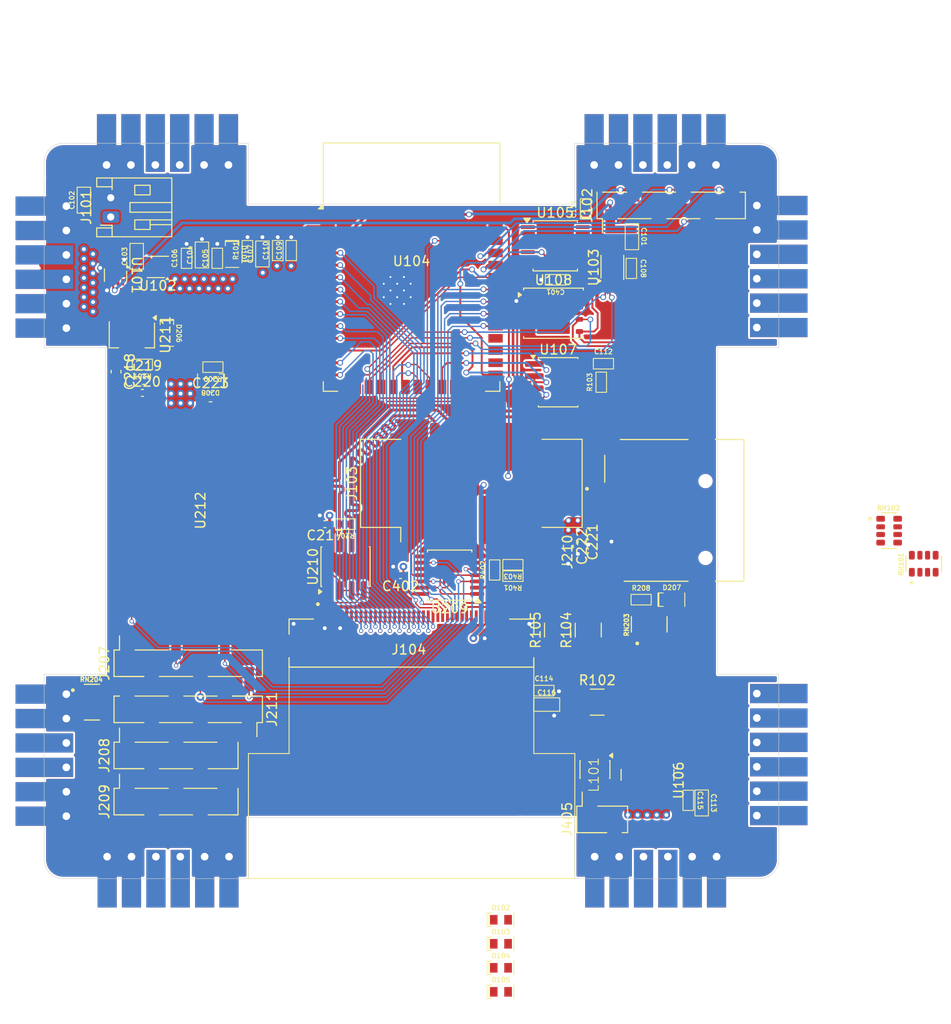
<source format=kicad_pcb>
(kicad_pcb (version 20241229) (generator "pcbnew") (generator_version "9.0")
  (layers (0 "F.Cu" signal) (4 "In1.Cu" power "GND.Cu") (6 "In2.Cu" power "PWR.Cu") (2 "B.Cu" signal) (13 "F.Paste" user) (15 "B.Paste" user) (5 "F.SilkS" user "F.Silkscreen") (7 "B.SilkS" user "B.Silkscreen") (1 "F.Mask" user) (3 "B.Mask" user) (25 "Edge.Cuts" user))
  (net 0 "")
  (net 1 "GND")
  (net 2 "Net-(J104-LEDA)")
  (net 3 "Net-(D101-K)")
  (net 4 "Net-(D102-A)")
  (net 5 "Net-(D103-A)")
  (net 6 "Net-(D104-A)")
  (net 7 "Net-(D105-A)")
  (net 8 "Net-(D207-K)")
  (net 9 "Net-(D208-K)")
  (net 20 "Net-(J210-CHIP_DETECT)")
  (net 21 "Net-(J211-Pin_3)")
  (net 22 "Net-(J211-Pin_5)")
  (net 23 "Net-(J404-Pin_1)")
  (net 24 "Net-(U106-FB)")
  (net 34 "/ESP_PROG_PWR")
  (net 35 "/BATT_IN")
  (net 36 "/PWR_IN")
  (net 37 "/+3V3")
  (net 38 "/SAMD21_3V3")
  (net 39 "/SAMD21_5V")
  (net 40 "/ESP_PROG_TXD0")
  (net 41 "/ESP_PROG_RXD0")
  (net 42 "/ESP_PROG_EN")
  (net 43 "/ESP_PROG_IO0")
  (net 44 "/µSD_SPI_MOSI")
  (net 45 "/RS485_A")
  (net 46 "/µSD_SPI_SCK")
  (net 47 "/FRAME_SYNC")
  (net 48 "/µSD_SPI_CS")
  (net 49 "/BACKLIGHT_PWM")
  (net 50 "/µSD_SPI_MISO")
  (net 51 "/RS485_B")
  (net 52 "/LCD_RGB_DE")
  (net 53 "/LCD_RGB_DB1")
  (net 54 "/LCD_RGB_DB13")
  (net 55 "/LCD_RGB_DB4")
  (net 56 "/LCD_RGB_DB15")
  (net 57 "/LCD_RGB_DB3")
  (net 58 "/LCD_RGB_DB5")
  (net 59 "/LCD_RGB_DB7")
  (net 60 "/LCD_RGB_DB6")
  (net 61 "/LCD_RGB_DB2")
  (net 62 "/LCD_RGB_DB10")
  (net 63 "/LCD_RGB_DB17")
  (net 64 "/LCD_RGB_PCLK")
  (net 65 "/LCD_RGB_DB12")
  (net 66 "/LCD_RGB_DB16")
  (net 67 "/LCD_RGB_DB0")
  (net 68 "/LCD_RGB_DB11")
  (net 69 "/LCD_RGB_HSYNC")
  (net 70 "/LCD_RGB_DB14")
  (net 71 "/LCD_RGB_VSYNC")
  (net 72 "/LCD_RGB_DB8")
  (net 73 "/LCD_RGB_DB9")
  (net 74 "/SAMD_MISO")
  (net 75 "/SAMD_SCK")
  (net 76 "/SAMD_CS_µSD")
  (net 77 "/SAMD_MOSI")
  (net 78 "/SAMD_UART-RS485_TX")
  (net 79 "/SAMD_UART-RS485_RX")
  (net 80 "/SAMD_UART-RS485_DE")
  (net 81 "/SAMD_µSD_BUS_CONNECT")
  (net 82 "/BUTTON_SENSE")
  (net 83 "/STRAP_GPIO3")
  (net 84 "/UART_RS485_DE")
  (net 85 "/UART-RS485_RX")
  (net 86 "/UART-RS485_TX")
  (net 87 "/ESP_CS_µSD")
  (net 88 "/ESP_CS1")
  (net 89 "/ESP_CS0")
  (net 90 "/ESP_MOSI")
  (net 91 "/ESP_SCK")
  (net 92 "/ESP_MISO")
  (net 93 "/ESP_CS_LCD")
  (net 94 "/ESP_CS_FLASH")
  (net 95 "/ESP_µSD_BUS_CONNECT")
  (net 96 "Net-(D206-A)")
  (net 97 "Net-(U106-SW)")
  (net 98 "/ESP_MOSI_T")
  (net 99 "/µSD_SPI_MISO_T")
  (net 101 "/ESP_SCK_T")
  (footprint "New_Library:Worthington_R_0402" (layer "F.Cu") (at 31.4 39.669988 180)
    (property "Reference" "R204")
    (property "Value" "120")
  )
  (footprint "Connector_JST:JST_PH_S2B-PH-K_1x02_P2.00mm_Horizontal" (layer "F.Cu") (at 6.95 7.7 90)
    (property "Reference" "J101")
    (property "Value" "Power In")
  )
  (footprint "Capacitor_SMD:C_0402_1005Metric" (layer "F.Cu") (at 56.000076 41.522469 -90)
    (property "Reference" "C221")
    (property "Value" "100nF")
  )
  (footprint "Connector_PinHeader_2.54mm:PinHeader_1x05_P2.54mm_Vertical_SMD_Pin1Right" (layer "F.Cu") (at 13.75 68.550002 90)
    (property "Reference" "J209")
    (property "Value" "Extra TestPoint")
  )
  (footprint "Package_TO_SOT_SMD:SOT-583-8" (layer "F.Cu") (at 7.45 13.75 -90)
    (property "Reference" "U101")
    (property "Value" "LM66200DRLR")
  )
  (footprint "Capacitor_SMD:C_0402_1005Metric" (layer "F.Cu") (at 10.247288 26.010897)
    (property "Reference" "C220")
    (property "Value" "100nF")
  )
  (footprint "Connector_PinHeader_2.54mm:PinHeader_1x06_P2.54mm_Vertical_SMD_Pin1Left" (layer "F.Cu") (at 65.34 6.495 90)
    (property "Reference" "J102")
    (property "Value" "6-Pos 2.54mm Header")
  )
  (footprint "New_Library:Worthington_R_0402" (layer "F.Cu") (at 62.21 47.53 180)
    (property "Reference" "R208")
    (property "Value" "1k")
  )
  (footprint "New_Library:Worthington_C_0402" (layer "F.Cu") (at 24.35 11.199759 90)
    (property "Reference" "C110")
    (property "Value" "100nF")
  )
  (footprint "New_Library:Worthington_LED_0603" (layer "F.Cu") (at 17.345076 24.729969 180)
    (property "Reference" "D208")
    (property "Value" "RED")
  )
  (footprint "Package_SO:SOIC-8_3.9x4.9mm_P1.27mm" (layer "F.Cu") (at 53.555076 24.902469)
    (property "Reference" "U107")
    (property "Value" "THVD1400D")
  )
  (footprint "Package_SO:TSSOP-14_4.4x5mm_P0.65mm" (layer "F.Cu") (at 53.265076 10.702469)
    (property "Reference" "U105")
    (property "Value" "TC7MBL3126CFT")
  )
  (footprint "Connector_PinSocket_2.54mm:PinSocket_1x30_P2.54mm_Vertical" (layer "F.Cu") (at 1.492499 76.57 90)
    (property "Reference" "J403" (hide yes))
    (property "Value" "01x30 Pads")
  )
  (footprint "Connector_PinHeader_2.54mm:PinHeader_1x05_P2.54mm_Vertical_SMD_Pin1Right" (layer "F.Cu") (at 13.75 63.750001 90)
    (property "Reference" "J208")
    (property "Value" "RS485 TestPoint")
  )
  (footprint "New_Library:Worthington_C_0402" (layer "F.Cu") (at 14.85 12 90)
    (property "Reference" "C106")
    (property "Value" "100nF")
  )
  (footprint "New_Library:CUI_MSD-4-A" (layer "F.Cu") (at 65.67 38.24 90)
    (property "Reference" "J210")
    (property "Value" "Micro_SD_Card")
  )
  (footprint "New_Library:Worthington_C_0603" (layer "F.Cu") (at 52.37612 58.45)
    (property "Reference" "C116")
    (property "Value" "22uF")
  )
  (footprint "New_Library:Worthington_R_0402" (layer "F.Cu") (at 58.055076 24.897469 90)
    (property "Reference" "R103")
    (property "Value" "120")
  )
  (footprint "Connector_PinHeader_2.54mm:PinHeader_1x06_P2.54mm_Vertical_SMD_Pin1Right" (layer "F.Cu") (at 15.02 58.946247 -90)
    (property "Reference" "J211")
    (property "Value" "Push Button Header")
  )
  (footprint "New_Library:Worthington_LED_0603" (layer "F.Cu") (at 65.41 47.53)
    (property "Reference" "D207")
    (property "Value" "RED")
  )
  (footprint "New_Library:Worthington_R_0402" (layer "F.Cu") (at 48.850076 45.082469 180)
    (property "Reference" "R401")
    (property "Value" "100")
  )
  (footprint "New_Library:RESCAXE80P320X160X70-8N" (layer "F.Cu") (at 63.05 50.1 90)
    (property "Reference" "RN203")
    (property "Value" "47k")
  )
  (footprint "New_Library:Worthington_C_0603" (layer "F.Cu") (at 61.25 9.752469 -90)
    (property "Reference" "C101")
    (property "Value" "22uF")
  )
  (footprint "Package_SO:TSSOP-14_4.4x5mm_P0.65mm" (layer "F.Cu") (at 42.260031 44.982469 180)
    (property "Reference" "U209")
    (property "Value" "TC7MBL3126CFT")
  )
  (footprint "Capacitor_SMD:C_0603_1608Metric" (layer "F.Cu") (at 7.5 23.8 -90)
    (property "Reference" "C218")
    (property "Value" "22uF")
  )
  (footprint "New_Library:Worthington_C_0603" (layer "F.Cu") (at 68.520076 68.692469 -90)
    (property "Reference" "C113")
    (property "Value" "22uF")
  )
  (footprint "New_Library:Worthington_C_0402" (layer "F.Cu") (at 53.280076 14.242469 180)
    (property "Reference" "C401")
    (property "Value" "100nF")
  )
  (footprint "Connector_PinSocket_2.54mm:PinSocket_1x30_P2.54mm_Vertical" (layer "F.Cu") (at 75.092501 0 -90)
    (property "Reference" "J402" (hide yes))
    (property "Value" "01x30 Pads")
  )
  (footprint "Package_TO_SOT_SMD:TSOT-23-6" (layer "F.Cu") (at 57.400001 65.2125 -90)
    (property "Reference" "U106")
    (property "Value" "AP3019AKTTR")
  )
  (footprint "New_Library:Worthington_R_0402" (layer "F.Cu") (at 10.242392 23.05 180)
    (property "Reference" "R207")
    (property "Value" "1k")
  )
  (footprint "New_Library:Worthington_C_0603" (layer "F.Cu") (at 16.45 11.65 90)
    (property "Reference" "C104")
    (property "Value" "22uF")
  )
  (footprint "Resistor_SMD:R_1210_3225Metric" (layer "F.Cu") (at 56.7 50.7 90)
    (property "Reference" "R104")
    (property "Value" "10")
  )
  (footprint "Connector_PinSocket_2.54mm:PinSocket_1x30_P2.54mm_Vertical" (layer "F.Cu") (at 0.035 1.4875)
    (property "Reference" "J401" (hide yes))
    (property "Value" "01x30 Pads")
  )
  (footprint "New_Library:RESCAXE80P320X160X70-8N" (layer "F.Cu") (at 88.05 40.35)
    (property "Reference" "RN102")
    (property "Value" "430")
  )
  (footprint "New_Library:Worthington_LED_0603" (layer "F.Cu") (at 47.6 80.85)
    (property "Reference" "D102")
    (property "Value" "RED")
  )
  (footprint "Capacitor_SMD:C_0402_1005Metric" (layer "F.Cu") (at 29.270076 39.672457 180)
    (property "Reference" "C217")
    (property "Value" "100nF")
  )
  (footprint "RF_Module:ESP32-S3-WROOM-1" (layer "F.Cu") (at 38.2925 12.89)
    (property "Reference" "U104")
    (property "Value" "ESP32-S3-WROOM-1-N8R8")
  )
  (footprint "New_Library:Worthington_C_0603" (layer "F.Cu") (at 4.15 5.95 90)
    (property "Reference" "C102")
    (property "Value" "22uF")
  )
  (footprint "Connector_PinSocket_2.54mm:PinSocket_1x30_P2.54mm_Vertical" (layer "F.Cu") (at 76.55 75.0875 180)
    (property "Reference" "J404" (hide yes))
    (property "Value" "01x30 Pads")
  )
  (footprint "New_Library:Worthington_C_0402" (layer "F.Cu") (at 61.190076 13.052468 -90)
    (property "Reference" "C108")
    (property "Value" "100nF")
  )
  (footprint "Package_TO_SOT_SMD:SOT-89-3" (layer "F.Cu") (at 9.149429 19.960897 -90)
    (property "Reference" "U211")
    (property "Value" "AZ1117-5.0")
  )
  (footprint "New_Library:Worthington_R_0402" (layer "F.Cu") (at 48.850076 43.902469 180)
    (property "Reference" "R403")
    (property "Value" "100")
  )
  (footprint "New_Library:RESCAXE80P320X160X70-8N" (layer "F.Cu") (at 4.9875 58.2)
    (property "Reference" "RN204")
    (property "Value" "10k")
  )
  (footprint "Package_SON:WSON-6-1EP_2x2mm_P0.65mm_EP1x1.6mm" (layer "F.Cu") (at 11.85625 12.9 180)
    (property "Reference" "U102")
    (property "Value" "TLV75733PDRV")
  )
  (footprint "New_Library:Worthington_C_0603" (layer "F.Cu") (at 9.65 11.8 90)
    (property "Reference" "C103")
    (property "Value" "22uF")
  )
  (footprint "Capacitor_SMD:C_0603_1608Metric" (layer "F.Cu") (at 17.345076 26.429969)
    (property "Reference" "C223")
    (property "Value" "22uF")
  )
  (footprint "New_Library:Py_QT_SAMD21" (layer "F.Cu") (at 16.8 38.25 90)
    (property "Reference" "U212")
    (property "Value" "QTPy SAMD21")
  )
  (footprint "Capacitor_SMD:C_0603_1608Metric" (layer "F.Cu") (at 54.620076 42 -90)
    (property "Reference" "C222")
    (property "Value" "22uF")
  )
  (footprint "Capacitor_SMD:C_0402_1005Metric" (layer "F.Cu") (at 37.140076 44.972469 180)
    (property "Reference" "C402")
    (property "Value" "100nF")
  )
  (footprint "New_Library:Worthington_R_0402" (layer "F.Cu") (at 46.947607 44.442469 90)
    (property "Reference" "R402")
    (property "Value" "100")
  )
  (footprint "New_Library:Worthington_LED_0603" (layer "F.Cu") (at 47.6 88.35)
    (property "Reference" "D105")
    (property "Value" "RED")
  )
  (footprint "New_Library:Worthington_R_0402" (layer "F.Cu") (at 17.595076 23.329969 180)
    (property "Reference" "R209")
    (property "Value" "430")
  )
  (footprint "New_Library:Worthington_LED_0603" (layer "F.Cu") (at 47.6 85.85)
    (property "Reference" "D104")
    (property "Value" "RED")
  )
  (footprint "Resistor_SMD:R_1210_3225Metric" (layer "F.Cu") (at 57.6375 58.2)
    (property "Reference" "R102")
    (property "Value" "10")
  )
  (footprint "Connector_PinHeader_2.54mm:PinHeader_1x06_P2.54mm_Vertical_SMD_Pin1Right" (layer "F.Cu") (at 15.020076 54.14892 90)
    (property "Reference" "J207")
    (property "Value" "SPI TestPoint")
  )
  (footprint "Package_SO:SOIC-8_3.9x4.9mm_P1.27mm" (layer "F.Cu") (at 31.41 44.099988 90)
    (property "Reference" "U210")
    (property "Value" "THVD1400D")
  )
  (footprint "New_Library:Worthington_LED_0603" (layer "F.Cu") (at 47.6 83.35)
    (property "Reference" "D103")
    (property "Value" "RED")
  )
  (footprint "New_Library:RESCAXE80P320X160X70-8N" (layer "F.Cu") (at 91.655 43.7925 90)
    (property "Reference" "RN101")
    (property "Value" "10k")
  )
  (footprint "Capacitor_SMD:C_0603_1608Metric" (layer "F.Cu") (at 10.373016 24.610897)
    (property "Reference" "C219")
    (property "Value" "22uF")
  )
  (footprint "New_Library:Worthington_LED_0603" (layer "F.Cu") (at 12.8 19.810897 -90)
    (property "Reference" "D206")
    (property "Value" "RED")
  )
  (footprint "Package_SON:WSON-8-1EP_6x5mm_P1.27mm_EP3.4x4.3mm" (layer "F.Cu") (at 53.080076 17.717469)
    (property "Reference" "U108")
    (property "Value" "W25Q128JVP")
  )
  (footprint "Connector_IDC:IDC-Header_2x06_P2.54mm_Vertical_SMD" (layer "F.Cu") (at 44.525 35.425 90)
    (property "Reference" "J103")
    (property "Value" "2x8 2.54mm IDC Header")
  )
  (footprint "New_Library:Worthington_C_0402" (layer "F.Cu") (at 52.085071 57)
    (property "Reference" "C114")
    (property "Value" "100nF")
  )
  (footprint "New_Library:Worthington_C_0402" (layer "F.Cu") (at 25.75 11.19734 90)
    (property "Reference" "C109")
    (property "Value" "100nF")
  )
  (footprint "Connector_PinHeader_2.54mm:PinHeader_1x02_P2.54mm_Vertical_SMD_Pin1Right" (layer "F.Cu") (at 58.15 70.4 90)
    (property "Reference" "J405")
    (property "Value" "LCD Power TestPoint")
  )
  (footprint "New_Library:AMPHENOL_62684-402100ALF" (layer "F.Cu") (at 38.28 52.8275)
    (property "Reference" "J104")
    (property "Value" "Amphenol 40-Pin FPC")
  )
  (footprint "New_Library:Worthington_C_0402" (layer "F.Cu") (at 67.120076 68.42247 -90)
    (property "Reference" "C115")
    (property "Value" "100nF")
  )
  (footprint "New_Library:Worthington_C_0402" (layer "F.Cu") (at 18.05 12.000001 90)
    (property "Reference" "C105")
    (property "Value" "100nF")
  )
  (footprint "Package_SO:VSSOP-8_2.3x2mm_P0.5mm" (layer "F.Cu") (at 59.215076 12.952469 90)
    (property "Reference" "U103")
    (property "Value" "SN74LVC1G139")
  )
  (footprint "New_Library:CDRH5D28" (layer "F.Cu") (at 62.872599 65.7625 90)
    (property "Reference" "L101")
    (property "Value" "22uH")
  )
  (footprint "New_Library:Worthington_C_0402" (layer "F.Cu") (at 56.430076 6.852469 90)
    (property "Reference" "C111")
    (property "Value" "100nF")
  )
  (footprint "New_Library:Worthington_R_0402" (layer "F.Cu") (at 21.19 11.199759 90)
    (property "Reference" "R101")
    (property "Value" "430")
  )
  (footprint "New_Library:Worthington_LED_0603" (layer "F.Cu") (at 19.59 11.6 -90)
    (property "Reference" "D101")
    (property "Value" "RED")
  )
  (footprint "New_Library:Worthington_C_0402" (layer "F.Cu") (at 58.280076 22.972469)
    (property "Reference" "C112")
    (property "Value" "100nF")
  )
  (footprint "Resistor_SMD:R_1210_3225Metric" (layer "F.Cu") (at 53.5 50.7 90)
    (property "Reference" "R105")
    (property "Value" "10")
  )
  (footprint "New_Library:Worthington_C_0603" (layer "F.Cu") (at 22.75 11.55 90)
    (property "Reference" "C107")
    (property "Value" "22uF")
  )
  (gr_line (start 55.2925 76.55) (end 55.304688 63.55) (stroke (width 0.1)) (layer "F.SilkS"))
  (gr_line (start 25.53 63.55) (end 21.3 63.55) (stroke (width 0.1)) (layer "F.SilkS"))
  (gr_line (start 51.03 54.5525) (end 51.03 63.55) (stroke (width 0.1)) (layer "F.SilkS"))
  (gr_line (start 51.03 63.55) (end 55.3 63.55) (stroke (width 0.1)) (layer "F.SilkS"))
  (gr_line (start 25.53 54.5525) (end 25.53 63.55) (stroke (width 0.1)) (layer "F.SilkS"))
  (gr_line (start 21.2925 76.55) (end 55.2925 76.55) (stroke (width 0.1)) (layer "F.SilkS"))
  (gr_line (start 21.2925 76.55) (end 21.2925 63.55) (stroke (width 0.1)) (layer "F.SilkS"))
  (gr_line (start 21.28 6.36) (end 55.28 6.36) (stroke (width 0.05)) (layer "Edge.Cuts"))
  (gr_line (start 70.195 21.3) (end 70.195 55.3) (stroke (width 0.05)) (layer "Edge.Cuts"))
  (gr_line (start 0.01 55.3) (end 0.01 74.57) (stroke (width 0.05)) (layer "Edge.Cuts"))
  (gr_line (start 55.28 76.57) (end 74.55 76.57) (stroke (width 0.05)) (layer "Edge.Cuts"))
  (gr_line (start 21.28 76.57) (end 21.28 70.215) (stroke (width 0.05)) (layer "Edge.Cuts"))
  (gr_line (start 74.55 0.03) (end 55.28 0.03) (stroke (width 0.05)) (layer "Edge.Cuts"))
  (gr_line (start 55.28 70.215) (end 55.28 76.57) (stroke (width 0.05)) (layer "Edge.Cuts"))
  (gr_line (start 21.28 6.36) (end 21.28 0.03) (stroke (width 0.05)) (layer "Edge.Cuts"))
  (gr_line (start 0.01 21.3) (end 6.39 21.3) (stroke (width 0.05)) (layer "Edge.Cuts"))
  (gr_line (start 76.55 21.3) (end 76.55 2.03) (stroke (width 0.05)) (layer "Edge.Cuts"))
  (gr_arc (start 0.01 2.03) (mid 0.595786 0.615786) (end 2.01 0.03) (stroke (width 0.05)) (layer "Edge.Cuts"))
  (gr_line (start 76.55 55.3) (end 70.195 55.3) (stroke (width 0.05)) (layer "Edge.Cuts"))
  (gr_line (start 0.01 2.03) (end 0.01 21.3) (stroke (width 0.05)) (layer "Edge.Cuts"))
  (gr_arc (start 2.01 76.57) (mid 0.595786 75.984214) (end 0.01 74.57) (stroke (width 0.05)) (layer "Edge.Cuts"))
  (gr_line (start 2.01 76.57) (end 21.28 76.57) (stroke (width 0.05)) (layer "Edge.Cuts"))
  (gr_line (start 55.28 70.215) (end 21.28 70.215) (stroke (width 0.05)) (layer "Edge.Cuts"))
  (gr_line (start 76.55 74.57) (end 76.55 55.3) (stroke (width 0.05)) (layer "Edge.Cuts"))
  (gr_arc (start 76.55 74.57) (mid 75.964214 75.984214) (end 74.55 76.57) (stroke (width 0.05)) (layer "Edge.Cuts"))
  (gr_arc (start 74.55 0.03) (mid 75.964214 0.615786) (end 76.55 2.03) (stroke (width 0.05)) (layer "Edge.Cuts"))
  (gr_line (start 6.39 55.3) (end 6.39 21.3) (stroke (width 0.05)) (layer "Edge.Cuts"))
  (gr_line (start 21.28 0.03) (end 2.01 0.03) (stroke (width 0.05)) (layer "Edge.Cuts"))
  (gr_line (start 70.195 21.3) (end 76.55 21.3) (stroke (width 0.05)) (layer "Edge.Cuts"))
  (gr_line (start 55.28 0.03) (end 55.28 6.36) (stroke (width 0.05)) (layer "Edge.Cuts"))
  (gr_line (start 6.39 55.3) (end 0.01 55.3) (stroke (width 0.05)) (layer "Edge.Cuts"))
  (segment (start 12.74375 12.878242) (end 12.343545 12.478037) (width 0.4) (layer "F.Cu") (net 1))
  (segment (start 11.8875 12.9) (end 11.8875 12.878242) (width 0.4) (layer "F.Cu") (net 1))
  (segment (start 6.7 13.01) (end 5.86 13.01) (width 0.3) (layer "F.Cu") (net 1))
  (segment (start 28.790076 39.672457) (end 28.790076 38.822457) (width 0.3) (layer "F.Cu") (net 1))
  (segment (start 36.380076 44.692469) (end 36.660076 44.972469) (width 0.2) (layer "F.Cu") (net 1))
  (segment (start 16.45 11) (end 16.45 10) (width 0.25) (layer "F.Cu") (net 1))
  (segment (start 31.53 49.2525) (end 31.53 50.02) (width 0.2) (layer "F.Cu") (net 1))
  (segment (start 52.780077 14.442469) (end 51.810076 14.442469) (width 0.3) (layer "F.Cu") (net 1))
  (segment (start 25.75 10.697341) (end 25.75 9.8) (width 0.25) (layer "F.Cu") (net 1))
  (segment (start 8.2 13) (end 8.2 12.16) (width 0.3) (layer "F.Cu") (net 1))
  (segment (start 22.75 10.8) (end 22.75 9.8) (width 0.25) (layer "F.Cu") (net 1))
  (segment (start 28.790076 38.822457) (end 28.730076 38.762457) (width 0.3) (layer "F.Cu") (net 1))
  (segment (start 29 50.5) (end 29.05 50.5) (width 0.2) (layer "F.Cu") (net 1))
  (segment (start 46.53 50.07) (end 46.53 49.2525) (width 0.2) (layer "F.Cu") (net 1))
  (segment (start 24.35 10.69976) (end 24.35 9.8) (width 0.25) (layer "F.Cu") (net 1))
  (segment (start 18.05 11.400001) (end 18.05 10.5) (width 0.25) (layer "F.Cu") (net 1))
  (segment (start 21.19 10.69976) (end 21.19 9.81) (width 0.25) (layer "F.Cu") (net 1))
  (segment (start 53.12612 59.57612) (end 53.15 59.6) (width 0.4) (layer "F.Cu") (net 1))
  (segment (start 28.53 50.03) (end 29 50.5) (width 0.2) (layer "F.Cu") (net 1))
  (segment (start 10.96875 12.9) (end 12.74375 12.9) (width 0.4) (layer "F.Cu") (net 1))
  (segment (start 5.86 13.01) (end 5.85 13) (width 0.3) (layer "F.Cu") (net 1))
  (segment (start 14.85 11.400001) (end 14.85 10.5) (width 0.25) (layer "F.Cu") (net 1))
  (segment (start 45.910076 51.552469) (end 45.910076 50.689923) (width 0.2) (layer "F.Cu") (net 1))
  (segment (start 45.910076 50.689923) (end 46.53 50.07) (width 0.2) (layer "F.Cu") (net 1))
  (segment (start 53.12612 58.45) (end 53.12612 59.57612) (width 0.4) (layer "F.Cu") (net 1))
  (segment (start 31.53 50.02) (end 31.05 50.5) (width 0.2) (layer "F.Cu") (net 1))
  (segment (start 12.74375 12.25) (end 12.74375 12.9) (width 0.4) (layer "F.Cu") (net 1))
  (segment (start 21.19 9.81) (end 21.2 9.8) (width 0.25) (layer "F.Cu") (net 1))
  (segment (start 36.380076 44.092469) (end 36.380076 44.692469) (width 0.2) (layer "F.Cu") (net 1))
  (segment (start 52.6 57) (end 53.58507 57) (width 0.4) (layer "F.Cu") (net 1))
  (segment (start 2.3785 19.325) (end 2.321 19.2675) (width 0.8) (layer "F.Cu") (net 1))
  (segment (start 6.7 14.489022) (end 6.7 15.329022) (width 0.3) (layer "F.Cu") (net 1))
  (segment (start 28.53 49.2525) (end 28.53 50.03) (width 0.2) (layer "F.Cu") (net 1))
  (via (at 25.75 9.8) (size 0.8) (drill 0.4) (layers "F.Cu" "B.Cu") (net 1))
  (via (at 30.85 50.5) (size 0.8) (drill 0.4) (layers "F.Cu" "B.Cu") (net 1))
  (via (at 26 50.05) (size 0.8) (drill 0.4) (layers "F.Cu" "B.Cu") (net 1))
  (via (at 5.85 13) (size 0.6) (drill 0.4) (layers "F.Cu" "B.Cu") (net 1))
  (via (at 51.800076 14.232469) (size 0.6) (drill 0.4) (layers "F.Cu" "B.Cu") (net 1))
  (via (at 6.55 15.339022) (size 0.6) (drill 0.4) (layers "F.Cu" "B.Cu") (net 1))
  (via (at 21.2 9.8) (size 0.8) (drill 0.4) (layers "F.Cu" "B.Cu") (net 1))
  (via (at 49.210076 16.442469) (size 0.6) (drill 0.4) (layers "F.Cu" "B.Cu") (net 1))
  (via (at 16.45 10) (size 0.8) (drill 0.4) (layers "F.Cu" "B.Cu") (net 1))
  (via (at 59.119999 41.49) (size 0.6) (drill 0.4) (layers "F.Cu" "B.Cu") (net 1))
  (via (at 54.610787 43.781753) (size 0.6) (drill 0.4) (layers "F.Cu" "B.Cu") (net 1))
  (via (at 18.05 10.5) (size 0.8) (drill 0.4) (layers "F.Cu" "B.Cu") (net 1))
  (via (at 45.910076 51.552469) (size 0.8) (drill 0.4) (layers "F.Cu" "B.Cu") (net 1))
  (via (at 29.25 50.5) (size 0.8) (drill 0.4) (layers "F.Cu" "B.Cu") (net 1))
  (via (at 22.75 9.8) (size 0.8) (drill 0.4) (layers "F.Cu" "B.Cu") (net 1))
  (via (at 50.55 50.05) (size 0.8) (drill 0.4) (layers "F.Cu" "B.Cu") (net 1))
  (via (at 55.620076 42.775) (size 0.6) (drill 0.4) (layers "F.Cu" "B.Cu") (net 1))
  (via (at 8.35 12.15) (size 0.6) (drill 0.4) (layers "F.Cu" "B.Cu") (net 1))
  (via (at 36.380076 44.092469) (size 0.8) (drill 0.4) (layers "F.Cu" "B.Cu") (net 1))
  (via (at 53.15 59.6) (size 0.8) (drill 0.4) (layers "F.Cu" "B.Cu") (net 1))
  (via (at 56.710076 41.802469) (size 0.6) (drill 0.4) (layers "F.Cu" "B.Cu") (net 1))
  (via (at 24.35 9.8) (size 0.8) (drill 0.4) (layers "F.Cu" "B.Cu") (net 1))
  (via (at 28.730076 38.762457) (size 0.8) (drill 0.4) (layers "F.Cu" "B.Cu") (net 1))
  (via (at 14.85 10.5) (size 0.8) (drill 0.4) (layers "F.Cu" "B.Cu") (net 1))
  (via (at 53.650001 57.06493) (size 0.8) (drill 0.4) (layers "F.Cu" "B.Cu") (net 1))
  (segment (start 19.59 10.899999) (end 19.699999 10.899999) (width 0.25) (layer "F.Cu") (net 3))
  (segment (start 20.499758 11.699758) (end 21.19 11.699758) (width 0.25) (layer "F.Cu") (net 3))
  (segment (start 19.699999 10.899999) (end 20.499758 11.699758) (width 0.25) (layer "F.Cu") (net 3))
  (segment (start 18.095076 24.729969) (end 18.095076 23.32997) (width 0.5) (layer "F.Cu") (net 9))
  (segment (start 18.095076 23.32997) (end 18.095075 23.329969) (width 0.5) (layer "F.Cu") (net 9))
  (segment (start 48.010076 48.012469) (end 48.870076 48.012469) (width 0.3) (layer "F.Cu") (net 24))
  (segment (start 47.770076 48.252469) (end 48.010076 48.012469) (width 0.3) (layer "F.Cu") (net 24))
  (segment (start 48.010076 48.012469) (end 48.260076 47.762469) (width 0.3) (layer "F.Cu") (net 24))
  (segment (start 47.03 48.282545) (end 49.010076 46.302469) (width 0.3) (layer "F.Cu") (net 24))
  (segment (start 48.470076 47.552469) (end 49.280076 47.552469) (width 0.3) (layer "F.Cu") (net 24))
  (segment (start 48.260076 47.762469) (end 49.000076 47.762469) (width 0.3) (layer "F.Cu") (net 24))
  (segment (start 55.478451 49.316047) (end 55.478451 52.178547) (width 0.2) (layer "F.Cu") (net 24))
  (segment (start 49.010076 46.302469) (end 49.720076 46.302469) (width 0.3) (layer "F.Cu") (net 24))
  (segment (start 54.732137 49.391047) (end 54.732137 52.103547) (width 0.2) (layer "F.Cu") (net 24))
  (segment (start 47.53 48.492545) (end 48.470076 47.552469) (width 0.3) (layer "F.Cu") (net 24))
  (segment (start 47.53 49.2525) (end 47.53 48.492545) (width 0.3) (layer "F.Cu") (net 24))
  (segment (start 47.770076 48.252469) (end 48.880076 48.252469) (width 0.3) (layer "F.Cu") (net 24))
  (segment (start 47.03 49.2525) (end 47.03 48.282545) (width 0.3) (layer "F.Cu") (net 24))
  (segment (start 47.53 48.492545) (end 47.770076 48.252469) (width 0.3) (layer "F.Cu") (net 24))
  (segment (start 61.25 9.002469) (end 59.170076 9.002469) (width 0.8) (layer "F.Cu") (net 34))
  (segment (start 58.990076 8.149924) (end 58.99 8.15) (width 0.3) (layer "F.Cu") (net 34))
  (segment (start 7.2 14.49) (end 7.2 15.172393) (width 0.2) (layer "F.Cu") (net 34))
  (segment (start 7.2 15.172393) (end 7.360076 15.332469) (width 0.2) (layer "F.Cu") (net 34))
  (segment (start 58.990076 6.182469) (end 58.990076 8.149924) (width 0.3) (layer "F.Cu") (net 34))
  (via (at 7.360076 15.339022) (size 0.6) (drill 0.4) (layers "F.Cu" "B.Cu") (net 34))
  (via (at 58.990076 6.182469) (size 0.6) (drill 0.4) (layers "F.Cu" "B.Cu") (net 34))
  (segment (start 49.010076 7.892469) (end 48.580076 8.322469) (width 0.3) (layer "B.Cu") (net 34))
  (segment (start 48.580076 8.322469) (end 14.376628 8.322469) (width 0.3) (layer "B.Cu") (net 34))
  (segment (start 58.990076 6.182469) (end 57.280076 7.892469) (width 0.3) (layer "B.Cu") (net 34))
  (segment (start 57.280076 7.892469) (end 49.010076 7.892469) (width 0.3) (layer "B.Cu") (net 34))
  (segment (start 14.376628 8.322469) (end 7.360076 15.339022) (width 0.3) (layer "B.Cu") (net 34))
  (segment (start 60.834047 69.03818) (end 60.834047 68.538181) (width 0.75) (layer "F.Cu") (net 35))
  (segment (start 60.834047 68.538181) (end 61.534047 67.838181) (width 0.75) (layer "F.Cu") (net 35))
  (segment (start 62.834047 69.938181) (end 62.834047 67.901051) (width 0.75) (layer "F.Cu") (net 35))
  (segment (start 6.175 13.925) (end 6.35 13.75) (width 0.4) (layer "F.Cu") (net 35))
  (segment (start 4.14769 15.044572) (end 4.15 15.046882) (width 0.75) (layer "F.Cu") (net 35))
  (segment (start 7.2 13.01) (end 7.2 11.1) (width 0.3) (layer "F.Cu") (net 35))
  (segment (start 0.001067 11.358356) (end 3.975449 11.358356) (width 0.75) (layer "F.Cu") (net 35))
  (segment (start 0.008732 14.087363) (end 3.983114 14.087363) (width 0.75) (layer "F.Cu") (net 35))
  (segment (start 4.925289 14.208623) (end 5.257959 14.208623) (width 0.4) (layer "F.Cu") (net 35))
  (segment (start 4.936566 13.605306) (end 4.936566 12.460695) (width 0.4) (layer "F.Cu") (net 35))
  (segment (start 5.684569 11.05) (end 6.68833 12.053761) (width 0.4) (layer "F.Cu") (net 35))
  (segment (start 62.834047 67.901051) (end 62.872598 67.8625) (width 0.75) (layer "F.Cu") (net 35))
  (segment (start 7.2 11.1) (end 7.045756 11.254244) (width 0.3) (layer "F.Cu") (net 35))
  (segment (start 7.2 12.3) (end 5.727009 10.827009) (width 0.3) (layer "F.Cu") (net 35))
  (segment (start -0.136917 11.940953) (end 3.837465 11.940953) (width 0.75) (layer "F.Cu") (net 35))
  (segment (start 5.727009 10.827009) (end 5.18376 10.827009) (width 0.3) (layer "F.Cu") (net 35))
  (segment (start 7.045756 11.891508) (end 6.713414 11.559166) (width 0.3) (layer "F.Cu") (net 35))
  (segment (start 4.6 12.3) (end 4.403118 12.3) (width 0.3) (layer "F.Cu") (net 35))
  (segment (start 4.14769 11.05) (end 5.601848 11.05) (width 0.8) (layer "F.Cu") (net 35))
  (segment (start 4.403118 12.3) (end 4.15 12.046882) (width 0.3) (layer "F.Cu") (net 35))
  (segment (start 60.834048 69.81474) (end 61.13591 69.512878) (width 0.75) (layer "F.Cu") (net 35))
  (segment (start 0.035 11.6475) (end 0.035 14.1875) (width 0.75) (layer "F.Cu") (net 35))
  (segment (start 0.6325 11.05) (end 0.035 11.6475) (width 0.75) (layer "F.Cu") (net 35))
  (segment (start 6.022626 11.742574) (end 4.813329 11.742574) (width 0.4) (layer "F.Cu") (net 35))
  (segment (start 6.35 13.75) (end 4.399982 13.75) (width 0.4) (layer "F.Cu") (net 35))
  (segment (start -0.083257 13.359117) (end 3.891125 13.359117) (width 0.75) (layer "F.Cu") (net 35))
  (segment (start 6.15 13.95) (end 6.15 14.393494) (width 0.3) (layer "F.Cu") (net 35))
  (segment (start 4.14769 11.05) (end 0.6325 11.05) (width 0.75) (layer "F.Cu") (net 35))
  (segment (start 60.934047 69.938181) (end 60.834047 69.838181) (width 0.75) (layer "F.Cu") (net 35))
  (segment (start 4.009382 14.1875) (end 4.15 14.046882) (width 0.75) (layer "F.Cu") (net 35))
  (segment (start 7.2 13.01) (end 7.2 13.75) (width 0.3) (layer "F.Cu") (net 35))
  (segment (start 4.6 13.697264) (end 4.722304 13.819568) (width 0.4) (layer "F.Cu") (net 35))
  (segment (start 6.68833 12.053761) (end 4.565168 12.053761) (width 0.4) (layer "F.Cu") (net 35))
  (segment (start 60.834048 69.938181) (end 60.834047 69.03818) (width 0.75) (layer "F.Cu") (net 35))
  (segment (start 64.834048 69.938181) (end 60.934047 69.938181) (width 0.75) (layer "F.Cu") (net 35))
  (segment (start 60.834047 69.838181) (end 60.834048 69.81474) (width 0.75) (layer "F.Cu") (net 35))
  (segment (start 5.771061 14.03383) (end 4.88582 14.919071) (width 0.4) (layer "F.Cu") (net 35))
  (segment (start 4.15 12.046882) (end 4.15 14.496882) (width 0.5) (layer "F.Cu") (net 35))
  (segment (start 4.496612 16.046882) (end 4.15 16.046882) (width 0.3) (layer "F.Cu") (net 35))
  (segment (start 4.565168 12.053761) (end 4.565168 11.585011) (width 0.4) (layer "F.Cu") (net 35))
  (segment (start 63.834047 69.938181) (end 63.834047 68.823948) (width 0.75) (layer "F.Cu") (net 35))
  (segment (start 63.834047 68.823948) (end 62.872598 67.8625) (width 0.75) (layer "F.Cu") (net 35))
  (segment (start 4.15 15.95) (end 4.575 15.525) (width 0.4) (layer "F.Cu") (net 35))
  (segment (start 4.575 14.074003) (end 4.615173 14.03383) (width 0.4) (layer "F.Cu") (net 35))
  (segment (start 4.789966 14.242454) (end 4.874543 14.157877) (width 0.4) (layer "F.Cu") (net 35))
  (segment (start 4.575 15.525) (end 6.175 13.925) (width 0.4) (layer "F.Cu") (net 35))
  (segment (start 4.575 15.525) (end 4.575 14.074003) (width 0.4) (layer "F.Cu") (net 35))
  (segment (start 5.257959 14.208623) (end 4.95912 14.507462) (width 0.4) (layer "F.Cu") (net 35))
  (segment (start 6.15 14.75) (end 4.15 16.75) (width 0.3) (layer "F.Cu") (net 35))
  (segment (start 4.789966 14.919071) (end 4.789966 14.242454) (width 0.4) (layer "F.Cu") (net 35))
  (segment (start 4.15 14.496882) (end 4.15 17.046882) (width 0.5) (layer "F.Cu") (net 35))
  (segment (start 6.15 14.393494) (end 6.15 14.75) (width 0.3) (layer "F.Cu") (net 35))
  (segment (start 61.834047 68.901052) (end 62.872598 67.8625) (width 0.75) (layer "F.Cu") (net 35))
  (segment (start 4.874543 14.157877) (end 4.925289 14.208623) (width 0.4) (layer "F.Cu") (net 35))
  (segment (start 61.834047 69.938181) (end 61.834047 68.901052) (width 0.75) (layer "F.Cu") (net 35))
  (segment (start 4.722304 13.819568) (end 4.936566 13.605306) (width 0.4) (layer "F.Cu") (net 35))
  (segment (start 4.722731 11.427448) (end 5.7075 11.427448) (width 0.4) (layer "F.Cu") (net 35))
  (segment (start 4.565168 11.585011) (end 4.722731 11.427448) (width 0.4) (layer "F.Cu") (net 35))
  (segment (start 64.834048 68.693178) (end 64.00337 67.8625) (width 0.75) (layer "F.Cu") (net 35))
  (segment (start 64.00337 67.8625) (end 62.872598 67.8625) (width 0.75) (layer "F.Cu") (net 35))
  (segment (start 4.446882 13.75) (end 4.15 14.046882) (width 0.3) (layer "F.Cu") (net 35))
  (segment (start 60.834047 69.03818) (end 64.834048 69.038181) (width 0.75) (layer "F.Cu") (net 35))
  (segment (start 4.15 16.75) (end 4.15 17.046882) (width 0.3) (layer "F.Cu") (net 35))
  (segment (start 5.601848 11.05) (end 5.912332 11.360484) (width 0.8) (layer "F.Cu") (net 35))
  (segment (start 4.88582 14.919071) (end 4.789966 14.919071) (width 0.4) (layer "F.Cu") (net 35))
  (segment (start 4.15 17.046882) (end 4.15 15.95) (width 0.4) (layer "F.Cu") (net 35))
  (segment (start 4.615173 14.03383) (end 5.771061 14.03383) (width 0.4) (layer "F.Cu") (net 35))
  (segment (start 4.2 14.546882) (end 4.15 14.496882) (width 0.25) (layer "F.Cu") (net 35))
  (segment (start 64.834048 69.938181) (end 64.834048 68.693178) (width 0.75) (layer "F.Cu") (net 35))
  (segment (start 5.7075 11.427448) (end 6.022626 11.742574) (width 0.4) (layer "F.Cu") (net 35))
  (segment (start 4.14769 11.05) (end 4.14769 15.044572) (width 0.75) (layer "F.Cu") (net 35))
  (segment (start 61.13591 69.512878) (end 61.168007 69.544976) (width 0.75) (layer "F.Cu") (net 35))
  (segment (start 61.168007 69.544976) (end 64.55438 69.544976) (width 0.75) (layer "F.Cu") (net 35))
  (segment (start 6.15 14.393494) (end 4.496612 16.046882) (width 0.3) (layer "F.Cu") (net 35))
  (segment (start 4.6 12.3) (end 4.6 13.697264) (width 0.4) (layer "F.Cu") (net 35))
  (segment (start 7.045756 11.254244) (end 7.045756 11.891508) (width 0.3) (layer "F.Cu") (net 35))
  (segment (start 7.2 12.3) (end 4.6 12.3) (width 0.3) (layer "F.Cu") (net 35))
  (segment (start 0.035 14.807944) (end 4.009382 14.807944) (width 0.75) (layer "F.Cu") (net 35))
  (segment (start -0.136917 12.661533) (end 3.837465 12.661533) (width 0.75) (layer "F.Cu") (net 35))
  (segment (start 4.14769 11.05) (end 5.684569 11.05) (width 0.4) (layer "F.Cu") (net 35))
  (segment (start 7.2 13.01) (end 7.2 12.3) (width 0.3) (layer "F.Cu") (net 35))
  (segment (start 6.175 13.925) (end 6.15 13.95) (width 0.3) (layer "F.Cu") (net 35))
  (segment (start 7.14778 13.743305) (end 6.35 13.75) (width 0.4) (layer "F.Cu") (net 35))
  (via (at 5.1 16.55) (size 0.8) (drill 0.4) (layers "F.Cu" "B.Cu") (net 35))
  (via (at 4.15 14.046882) (size 0.8) (drill 0.4) (layers "F.Cu" "B.Cu") (net 35))
  (via (at 5.1 13.55) (size 0.8) (drill 0.4) (layers "F.Cu" "B.Cu") (net 35))
  (via (at 5.1 17.55) (size 0.8) (drill 0.4) (layers "F.Cu" "B.Cu") (net 35))
  (via (at 5.1 12.55) (size 0.8) (drill 0.4) (layers "F.Cu" "B.Cu") (net 35))
  (via (at 5.1 14.55) (size 0.8) (drill 0.4) (layers "F.Cu" "B.Cu") (net 35))
  (via (at 60.834048 69.938181) (size 0.8) (drill 0.4) (layers "F.Cu" "B.Cu") (net 35))
  (via (at 4.15 12.046882) (size 0.8) (drill 0.4) (layers "F.Cu" "B.Cu") (net 35))
  (via (at 62.834047 69.938181) (size 0.8) (drill 0.4) (layers "F.Cu" "B.Cu") (net 35))
  (via (at 4.15 13.046882) (size 0.8) (drill 0.4) (layers "F.Cu" "B.Cu") (net 35))
  (via (at 5.1 15.55) (size 0.8) (drill 0.4) (layers "F.Cu" "B.Cu") (net 35))
  (via (at 4.14769 11.05) (size 0.8) (drill 0.4) (layers "F.Cu" "B.Cu") (net 35))
  (via (at 61.834047 69.938181) (size 0.8) (drill 0.4) (layers "F.Cu" "B.Cu") (net 35))
  (via (at 5.1 11.55) (size 0.8) (drill 0.4) (layers "F.Cu" "B.Cu") (net 35))
  (via (at 4.15 16.046882) (size 0.8) (drill 0.4) (layers "F.Cu" "B.Cu") (net 35))
  (via (at 4.15 17.046882) (size 0.8) (drill 0.4) (layers "F.Cu" "B.Cu") (net 35))
  (via (at 64.834048 69.938181) (size 0.8) (drill 0.4) (layers "F.Cu" "B.Cu") (net 35))
  (via (at 4.15 15.046882) (size 0.8) (drill 0.4) (layers "F.Cu" "B.Cu") (net 35))
  (via (at 63.834047 69.938181) (size 0.8) (drill 0.4) (layers "F.Cu" "B.Cu") (net 35))
  (segment (start 7.7 13.01) (end 7.7 13.75) (width 0.3) (layer "F.Cu") (net 36))
  (segment (start 7.775 13.75) (end 8.825 13.75) (width 0.4) (layer "F.Cu") (net 36))
  (segment (start 7.7 13.75) (end 7.7 14.49) (width 0.3) (layer "F.Cu") (net 36))
  (segment (start 24.35 11.699758) (end 24.34 11.709758) (width 0.5) (layer "F.Cu") (net 37))
  (segment (start 26.9 9.5) (end 27.5 8.9) (width 0.7) (layer "F.Cu") (net 37))
  (segment (start 24.34 11.709758) (end 24.34 12.6) (width 0.5) (layer "F.Cu") (net 37))
  (segment (start 24.352419 11.697339) (end 25.75 11.697339) (width 0.5) (layer "F.Cu") (net 37))
  (segment (start 18.05 12.399999) (end 14.85 12.399999) (width 0.4) (layer "F.Cu") (net 37))
  (segment (start 25.75 11.697339) (end 25.75 12.59) (width 0.25) (layer "F.Cu") (net 37))
  (segment (start 22.75 12.3) (end 22.75 13.31) (width 0.5) (layer "F.Cu") (net 37))
  (segment (start 19.59 12.4) (end 19.59 13.499999) (width 0.25) (layer "F.Cu") (net 37))
  (segment (start 14.85 12.399999) (end 14.85 13.45) (width 0.4) (layer "F.Cu") (net 37))
  (segment (start 26.602661 11.697339) (end 26.9 11.4) (width 0.7) (layer "F.Cu") (net 37))
  (segment (start 25.75 11.697339) (end 26.602661 11.697339) (width 0.7) (layer "F.Cu") (net 37))
  (segment (start 12.74375 13.55) (end 12.74375 14.64375) (width 0.38) (layer "F.Cu") (net 37))
  (segment (start 25.75 12.59) (end 25.74 12.6) (width 0.25) (layer "F.Cu") (net 37))
  (segment (start 45.610076 50.422469) (end 44.730076 51.302469) (width 0.2) (layer "F.Cu") (net 37))
  (segment (start 14.85 12.499999) (end 13.750001 12.499999) (width 0.6) (layer "F.Cu") (net 37))
  (segment (start 26.9 11.4) (end 26.9 9.5) (width 0.7) (layer "F.Cu") (net 37))
  (segment (start 54.330076 14.482469) (end 55.660076 15.812469) (width 0.2) (layer "F.Cu") (net 37))
  (segment (start 46.03 49.2525) (end 46.03 50.002545) (width 0.2) (layer "F.Cu") (net 37))
  (segment (start 27.5 8.9) (end 29.5425 8.9) (width 0.7) (layer "F.Cu") (net 37))
  (segment (start 46.03 50.002545) (end 45.610076 50.422469) (width 0.2) (layer "F.Cu") (net 37))
  (segment (start 44.730076 51.302469) (end 44.730076 51.552469) (width 0.2) (layer "F.Cu") (net 37))
  (segment (start 13.750001 12.499999) (end 13.75 12.5) (width 0.6) (layer "F.Cu") (net 37))
  (segment (start 55.660076 15.812469) (end 55.780076 15.812469) (width 0.2) (layer "F.Cu") (net 37))
  (segment (start 22.75 12.3) (end 23.749758 12.3) (width 0.5) (layer "F.Cu") (net 37))
  (segment (start 55.710077 15.74247) (end 55.780076 15.812469) (width 0.2) (layer "F.Cu") (net 37))
  (segment (start 22.75 13.31) (end 22.79 13.35) (width 0.5) (layer "F.Cu") (net 37))
  (segment (start 16.45 12.5) (end 16.45 13.6) (width 0.4) (layer "F.Cu") (net 37))
  (segment (start 54.020075 14.482469) (end 54.330076 14.482469) (width 0.2) (layer "F.Cu") (net 37))
  (segment (start 18.05 12.399999) (end 18.05 13.45) (width 0.4) (layer "F.Cu") (net 37))
  (segment (start 12.74375 13.55) (end 13.65625 13.55) (width 0.38) (layer "F.Cu") (net 37))
  (segment (start 12.74375 14.64375) (end 12.8 14.7) (width 0.4) (layer "F.Cu") (net 37))
  (segment (start 24.400242 11.75) (end 24.35 11.699758) (width 0.5) (layer "F.Cu") (net 37))
  (segment (start 24.35 11.699758) (end 24.352419 11.697339) (width 0.5) (layer "F.Cu") (net 37))
  (segment (start 53.780075 14.242469) (end 54.020075 14.482469) (width 0.2) (layer "F.Cu") (net 37))
  (segment (start 23.749758 12.3) (end 24.35 11.699758) (width 0.5) (layer "F.Cu") (net 37))
  (via (at 19.15 15.15) (size 0.8) (drill 0.4) (layers "F.Cu" "B.Cu") (net 37))
  (via (at 25.74 12.8) (size 0.8) (drill 0.4) (layers "F.Cu" "B.Cu") (net 37))
  (via (at 13.65 14.15) (size 0.8) (drill 0.4) (layers "F.Cu" "B.Cu") (net 37))
  (via (at 16.15 15.15) (size 0.8) (drill 0.4) (layers "F.Cu" "B.Cu") (net 37))
  (via (at 18.65 14.15) (size 0.8) (drill 0.4) (layers "F.Cu" "B.Cu") (net 37))
  (via (at 15.65 14.15) (size 0.8) (drill 0.4) (layers "F.Cu" "B.Cu") (net 37))
  (via (at 14.65 14.15) (size 0.8) (drill 0.4) (layers "F.Cu" "B.Cu") (net 37))
  (via (at 15.15 15.15) (size 0.8) (drill 0.4) (layers "F.Cu" "B.Cu") (net 37))
  (via (at 45.810076 35.582469) (size 0.6) (drill 0.4) (layers "F.Cu" "B.Cu") (net 37))
  (via (at 44.730076 51.552469) (size 0.8) (drill 0.4) (layers "F.Cu" "B.Cu") (net 37))
  (via (at 18.15 15.15) (size 0.8) (drill 0.4) (layers "F.Cu" "B.Cu") (net 37))
  (via (at 16.65 14.15) (size 0.8) (drill 0.4) (layers "F.Cu" "B.Cu") (net 37))
  (via (at 17.65 14.15) (size 0.8) (drill 0.4) (layers "F.Cu" "B.Cu") (net 37))
  (via (at 19.65 14.15) (size 0.8) (drill 0.4) (layers "F.Cu" "B.Cu") (net 37))
  (via (at 24.265 12.8) (size 0.8) (drill 0.4) (layers "F.Cu" "B.Cu") (net 37))
  (via (at 17.15 15.15) (size 0.8) (drill 0.4) (layers "F.Cu" "B.Cu") (net 37))
  (via (at 14.15 15.15) (size 0.8) (drill 0.4) (layers "F.Cu" "B.Cu") (net 37))
  (via (at 13.15 15.15) (size 0.8) (drill 0.4) (layers "F.Cu" "B.Cu") (net 37))
  (via (at 22.79 13.5) (size 0.8) (drill 0.4) (layers "F.Cu" "B.Cu") (net 37))
  (segment (start 45.55 50.492545) (end 45.55 35.842545) (width 0.5) (layer "B.Cu") (net 37))
  (segment (start 44.730076 51.552469) (end 44.730076 51.312469) (width 0.5) (layer "B.Cu") (net 37))
  (segment (start 45.55 35.842545) (end 45.810076 35.582469) (width 0.5) (layer "B.Cu") (net 37))
  (segment (start 44.730076 51.312469) (end 45.55 50.492545) (width 0.5) (layer "B.Cu") (net 37))
  (segment (start 29.505 40.587533) (end 29.750076 40.342457) (width 0.3) (layer "F.Cu") (net 38))
  (segment (start 37.620076 46.312469) (end 38.240076 46.932469) (width 0.3) (layer "F.Cu") (net 38))
  (segment (start 16.570076 24.754969) (end 16.595076 24.729969) (width 0.5) (layer "F.Cu") (net 38))
  (segment (start 29.505 41.624988) (end 29.505 40.587533) (width 0.3) (layer "F.Cu") (net 38))
  (segment (start 37.620076 44.972469) (end 37.440076 44.792469) (width 0.2) (layer "F.Cu") (net 38))
  (segment (start 29.750076 40.342457) (end 29.750076 39.672457) (width 0.3) (layer "F.Cu") (net 38))
  (segment (start 38.240076 46.932469) (end 39.397531 46.932469) (width 0.3) (layer "F.Cu") (net 38))
  (segment (start 37.620076 44.972469) (end 37.620076 46.312469) (width 0.3) (layer "F.Cu") (net 38))
  (segment (start 37.440076 44.792469) (end 37.440076 44.092469) (width 0.2) (layer "F.Cu") (net 38))
  (segment (start 16.570076 26.429969) (end 16.570076 24.754969) (width 0.5) (layer "F.Cu") (net 38))
  (segment (start 29.750076 39.672457) (end 29.750076 38.772457) (width 0.3) (layer "F.Cu") (net 38))
  (via (at 54.624099 39.28388) (size 0.6) (drill 0.4) (layers "F.Cu" "B.Cu") (net 38))
  (via (at 29.750076 38.772457) (size 0.8) (drill 0.4) (layers "F.Cu" "B.Cu") (net 38))
  (via (at 15.230076 25.082469) (size 0.8) (drill 0.4) (layers "F.Cu" "B.Cu") (net 38))
  (via (at 55.622499 40.283693) (size 0.6) (drill 0.4) (layers "F.Cu" "B.Cu") (net 38))
  (via (at 15.230076 26.08247) (size 0.8) (drill 0.4) (layers "F.Cu" "B.Cu") (net 38))
  (via (at 15.230076 27.082469) (size 0.8) (drill 0.4) (layers "F.Cu" "B.Cu") (net 38))
  (via (at 37.440076 44.092469) (size 0.8) (drill 0.4) (layers "F.Cu" "B.Cu") (net 38))
  (via (at 13.230076 25.082469) (size 0.8) (drill 0.4) (layers "F.Cu" "B.Cu") (net 38))
  (via (at 54.620076 40.282469) (size 0.6) (drill 0.4) (layers "F.Cu" "B.Cu") (net 38))
  (via (at 15.230076 25.082469) (size 0.8) (drill 0.4) (layers "F.Cu" "B.Cu") (net 38))
  (via (at 13.230076 26.082469) (size 0.8) (drill 0.4) (layers "F.Cu" "B.Cu") (net 38))
  (via (at 13.230076 27.082469) (size 0.8) (drill 0.4) (layers "F.Cu" "B.Cu") (net 38))
  (via (at 14.230076 25.082469) (size 0.8) (drill 0.4) (layers "F.Cu" "B.Cu") (net 38))
  (via (at 14.230076 27.082469) (size 0.8) (drill 0.4) (layers "F.Cu" "B.Cu") (net 38))
  (via (at 55.620076 39.282469) (size 0.6) (drill 0.4) (layers "F.Cu" "B.Cu") (net 38))
  (via (at 14.230076 26.082469) (size 0.8) (drill 0.4) (layers "F.Cu" "B.Cu") (net 38))
  (segment (start 9.144043 24.108421) (end 9.16041 20.9346) (width 1.8) (layer "F.Cu") (net 39))
  (segment (start 9.14 29.36) (end 9.144043 22.897524) (width 1.8) (layer "F.Cu") (net 39))
  (segment (start 65.160076 4.852469) (end 66.597531 4.852469) (width 0.2) (layer "F.Cu") (net 40))
  (segment (start 45.780076 11.772469) (end 46.112545 11.44) (width 0.2) (layer "F.Cu") (net 40))
  (segment (start 45.460076 11.772469) (end 45.780076 11.772469) (width 0.2) (layer "F.Cu") (net 40))
  (segment (start 46.112545 11.44) (end 47.0425 11.44) (width 0.2) (layer "F.Cu") (net 40))
  (segment (start 66.597531 4.852469) (end 66.61 4.84) (width 0.2) (layer "F.Cu") (net 40))
  (via (at 65.160076 4.852469) (size 0.6) (drill 0.4) (layers "F.Cu" "B.Cu") (net 40))
  (via (at 45.460076 11.772469) (size 0.6) (drill 0.4) (layers "F.Cu" "B.Cu") (net 40))
  (segment (start 49.210076 8.342469) (end 59.890076 8.342469) (width 0.2) (layer "B.Cu") (net 40))
  (segment (start 63.380076 4.852469) (end 65.160076 4.852469) (width 0.2) (layer "B.Cu") (net 40))
  (segment (start 45.780076 11.772469) (end 49.210076 8.342469) (width 0.2) (layer "B.Cu") (net 40))
  (segment (start 45.460076 11.772469) (end 45.780076 11.772469) (width 0.2) (layer "B.Cu") (net 40))
  (segment (start 59.890076 8.342469) (end 63.380076 4.852469) (width 0.2) (layer "B.Cu") (net 40))
  (segment (start 46.222545 12.71) (end 47.0425 12.71) (width 0.2) (layer "F.Cu") (net 41))
  (segment (start 45.790076 13.142469) (end 46.222545 12.71) (width 0.2) (layer "F.Cu") (net 41))
  (segment (start 69.147531 8.152469) (end 69.15 8.15) (width 0.2) (layer "F.Cu") (net 41))
  (segment (start 45.680076 13.142469) (end 45.790076 13.142469) (width 0.2) (layer "F.Cu") (net 41))
  (segment (start 45.660076 13.162469) (end 45.680076 13.142469) (width 0.2) (layer "F.Cu") (net 41))
  (segment (start 66.670076 8.152469) (end 69.147531 8.152469) (width 0.2) (layer "F.Cu") (net 41))
  (via (at 66.670076 8.192469) (size 0.6) (drill 0.4) (layers "F.Cu" "B.Cu") (net 41))
  (via (at 45.781529 13.162469) (size 0.6) (drill 0.4) (layers "F.Cu" "B.Cu") (net 41))
  (segment (start 45.660076 13.162469) (end 45.990076 13.162469) (width 0.2) (layer "B.Cu") (net 41))
  (segment (start 49.990076 9.162469) (end 65.930076 9.162469) (width 0.2) (layer "B.Cu") (net 41))
  (segment (start 45.990076 13.162469) (end 49.990076 9.162469) (width 0.2) (layer "B.Cu") (net 41))
  (segment (start 65.930076 9.162469) (end 66.850076 8.242469) (width 0.2) (layer "B.Cu") (net 41))
  (segment (start 30.952545 10.17) (end 29.5425 10.17) (width 0.3) (layer "F.Cu") (net 42))
  (segment (start 44.270076 7.432469) (end 33.690076 7.432469) (width 0.3) (layer "F.Cu") (net 42))
  (segment (start 33.690076 7.432469) (end 30.952545 10.17) (width 0.3) (layer "F.Cu") (net 42))
  (segment (start 61.507531 4.862469) (end 61.53 4.84) (width 0.3) (layer "F.Cu") (net 42))
  (segment (start 60.060076 4.862469) (end 61.507531 4.862469) (width 0.3) (layer "F.Cu") (net 42))
  (via (at 60.060076 4.862469) (size 0.6) (drill 0.4) (layers "F.Cu" "B.Cu") (net 42))
  (via (at 44.270076 7.432469) (size 0.6) (drill 0.4) (layers "F.Cu" "B.Cu") (net 42))
  (segment (start 59.260076 4.862469) (end 60.060076 4.862469) (width 0.3) (layer "B.Cu") (net 42))
  (segment (start 44.320076 7.382469) (end 56.740076 7.382469) (width 0.3) (layer "B.Cu") (net 42))
  (segment (start 44.270076 7.432469) (end 44.320076 7.382469) (width 0.3) (layer "B.Cu") (net 42))
  (segment (start 56.740076 7.382469) (end 59.260076 4.862469) (width 0.3) (layer "B.Cu") (net 42))
  (segment (start 70.320076 4.842469) (end 71.687531 4.842469) (width 0.2) (layer "F.Cu") (net 43))
  (segment (start 43.370076 18.032469) (end 45.600076 20.262469) (width 0.2) (layer "F.Cu") (net 43))
  (segment (start 45.600076 23.972469) (end 45.767607 24.14) (width 0.2) (layer "F.Cu") (net 43))
  (segment (start 45.600076 20.262469) (end 45.600076 23.972469) (width 0.2) (layer "F.Cu") (net 43))
  (segment (start 45.767607 24.14) (end 47.0425 24.14) (width 0.2) (layer "F.Cu") (net 43))
  (segment (start 71.687531 4.842469) (end 71.69 4.84) (width 0.2) (layer "F.Cu") (net 43))
  (segment (start 43.370076 14.662469) (end 43.370076 18.032469) (width 0.2) (layer "F.Cu") (net 43))
  (via (at 43.370076 14.662469) (size 0.6) (drill 0.4) (layers "F.Cu" "B.Cu") (net 43))
  (via (at 70.320076 4.842469) (size 0.6) (drill 0.4) (layers "F.Cu" "B.Cu") (net 43))
  (segment (start 43.370076 14.662469) (end 43.370076 13.172469) (width 0.2) (layer "B.Cu") (net 43))
  (segment (start 45.850076 12.472469) (end 49.580076 8.742469) (width 0.2) (layer "B.Cu") (net 43))
  (segment (start 64.860076 8.742469) (end 68.760076 4.842469) (width 0.2) (layer "B.Cu") (net 43))
  (segment (start 43.370076 13.172469) (end 44.070076 12.472469) (width 0.2) (layer "B.Cu") (net 43))
  (segment (start 68.760076 4.842469) (end 70.320076 4.842469) (width 0.2) (layer "B.Cu") (net 43))
  (segment (start 44.070076 12.472469) (end 45.850076 12.472469) (width 0.2) (layer "B.Cu") (net 43))
  (segment (start 49.580076 8.742469) (end 64.860076 8.742469) (width 0.2) (layer "B.Cu") (net 43))
  (segment (start 46.410076 42.822469) (end 45.795 42.207393) (width 0.2) (layer "F.Cu") (net 44))
  (segment (start 46.410076 43.132469) (end 46.410076 42.822469) (width 0.2) (layer "F.Cu") (net 44))
  (segment (start 45.860076 43.682469) (end 46.410076 43.132469) (width 0.2) (layer "F.Cu") (net 44))
  (segment (start 45.795 42.207393) (end 45.795 39.225) (width 0.2) (layer "F.Cu") (net 44))
  (segment (start 45.122531 43.682469) (end 45.860076 43.682469) (width 0.2) (layer "F.Cu") (net 44))
  (segment (start 40.715 34.115) (end 41.7 35.1) (width 0.3) (layer "F.Cu") (net 45))
  (segment (start 32.214999 38.260887) (end 32.582899 38.260887) (width 0.3) (layer "F.Cu") (net 45))
  (segment (start 54.705076 25.697469) (end 54.865076 25.537469) (width 0.3) (layer "F.Cu") (net 45))
  (segment (start 32.582899 37.660887) (end 32.214999 37.660887) (width 0.3) (layer "F.Cu") (net 45))
  (segment (start 32.045 41.624988) (end 32.045 39.739989) (width 0.3) (layer "F.Cu") (net 45))
  (segment (start 54.865076 25.537469) (end 56.030076 25.537469) (width 0.3) (layer "F.Cu") (net 45))
  (segment (start 34.718574 31.495638) (end 34.803426 31.410785) (width 0.3) (layer "F.Cu") (net 45))
  (segment (start 31.734999 38.260887) (end 32.214999 38.260887) (width 0.3) (layer "F.Cu") (net 45))
  (segment (start 31.734999 38.860887) (end 31.6671 38.860887) (width 0.3) (layer "F.Cu") (net 45))
  (segment (start 40.1 28.4) (end 40.715 29.015) (width 0.3) (layer "F.Cu") (net 45))
  (segment (start 34.011468 31.127943) (end 34.379163 31.495638) (width 0.3) (layer "F.Cu") (net 45))
  (segment (start 37.552325 28.4) (end 40.1 28.4) (width 0.3) (layer "F.Cu") (net 45))
  (segment (start 54.705076 27.797469) (end 54.705076 25.697469) (width 0.3) (layer "F.Cu") (net 45))
  (segment (start 44 35.1) (end 44.5 34.6) (width 0.3) (layer "F.Cu") (net 45))
  (segment (start 36.4 28.4) (end 37.552325 28.4) (width 0.3) (layer "F.Cu") (net 45))
  (segment (start 32.045 39.739989) (end 31.974999 39.669988) (width 0.3) (layer "F.Cu") (net 45))
  (segment (start 35.651955 30.222844) (end 35.284259 29.855148) (width 0.3) (layer "F.Cu") (net 45))
  (segment (start 33.162939 31.976472) (end 33.530634 32.344167) (width 0.3) (layer "F.Cu") (net 45))
  (segment (start 33.021516 33.192696) (end 33.106368 33.107843) (width 0.3) (layer "F.Cu") (net 45))
  (segment (start 54.002545 28.5) (end 54.705076 27.797469) (width 0.3) (layer "F.Cu") (net 45))
  (segment (start 41.7 35.1) (end 44 35.1) (width 0.3) (layer "F.Cu") (net 45))
  (segment (start 32.31441 32.825001) (end 32.682105 33.192696) (width 0.3) (layer "F.Cu") (net 45))
  (segment (start 44.5 34.6) (end 44.5 29) (width 0.3) (layer "F.Cu") (net 45))
  (segment (start 34.859997 30.279414) (end 35.227692 30.647109) (width 0.3) (layer "F.Cu") (net 45))
  (segment (start 35.369114 29.430885) (end 35.369115 29.430885) (width 0.3) (layer "F.Cu") (net 45))
  (segment (start 31.974999 37.300887) (end 31.974999 36.788973) (width 0.3) (layer "F.Cu") (net 45))
  (segment (start 33.672056 31.127943) (end 33.672057 31.127943) (width 0.3) (layer "F.Cu") (net 45))
  (segment (start 33.106368 32.768431) (end 32.738672 32.400735) (width 0.3) (layer "F.Cu") (net 45))
  (segment (start 32.822899 38.020887) (end 32.822899 37.900887) (width 0.3) (layer "F.Cu") (net 45))
  (segment (start 56.030076 25.537469) (end 57.915075 25.537469) (width 0.3) (layer "F.Cu") (net 45))
  (segment (start 44.5 29) (end 45 28.5) (width 0.3) (layer "F.Cu") (net 45))
  (segment (start 34.803426 31.071373) (end 34.43573 30.703677) (width 0.3) (layer "F.Cu") (net 45))
  (segment (start 34.43573 30.364266) (end 34.520585 30.279414) (width 0.3) (layer "F.Cu") (net 45))
  (segment (start 36.217643 28.582356) (end 36.4 28.4) (width 0.3) (layer "F.Cu") (net 45))
  (segment (start 36.415632 29.79858) (end 36.500484 29.713727) (width 0.3) (layer "F.Cu") (net 45))
  (segment (start 45 28.5) (end 54.002545 28.5) (width 0.3) (layer "F.Cu") (net 45))
  (segment (start 31.974999 36.788973) (end 31.974999 33.535781) (width 0.3) (layer "F.Cu") (net 45))
  (segment (start 35.567103 30.647109) (end 35.651955 30.562256) (width 0.3) (layer "F.Cu") (net 45))
  (segment (start 34.520585 30.279414) (end 34.520586 30.279414) (width 0.3) (layer "F.Cu") (net 45))
  (segment (start 32.738672 32.061324) (end 32.823527 31.976472) (width 0.3) (layer "F.Cu") (net 45))
  (segment (start 31.6671 38.260887) (end 31.734999 38.260887) (width 0.3) (layer "F.Cu") (net 45))
  (segment (start 33.954897 31.919902) (end 33.587201 31.552206) (width 0.3) (layer "F.Cu") (net 45))
  (segment (start 36.500484 29.374315) (end 36.132788 29.006619) (width 0.3) (layer "F.Cu") (net 45))
  (segment (start 32.823527 31.976472) (end 32.823528 31.976472) (width 0.3) (layer "F.Cu") (net 45))
  (segment (start 36.132788 28.667208) (end 36.217643 28.582356) (width 0.3) (layer "F.Cu") (net 45))
  (segment (start 31.974999 33.535781) (end 31.974999 32.885781) (width 0.3) (layer "F.Cu") (net 45))
  (segment (start 57.915075 25.537469) (end 58.055076 25.397468) (width 0.3) (layer "F.Cu") (net 45))
  (segment (start 31.974999 37.420887) (end 31.974999 37.300887) (width 0.3) (layer "F.Cu") (net 45))
  (segment (start 31.974999 39.9) (end 31.974999 39.100887) (width 0.3) (layer "F.Cu") (net 45))
  (segment (start 35.284259 29.515737) (end 35.369114 29.430885) (width 0.3) (layer "F.Cu") (net 45))
  (segment (start 33.870045 32.344167) (end 33.954897 32.259314) (width 0.3) (layer "F.Cu") (net 45))
  (segment (start 33.587201 31.212795) (end 33.672056 31.127943) (width 0.3) (layer "F.Cu") (net 45))
  (segment (start 31.4271 38.620887) (end 31.4271 38.500887) (width 0.3) (layer "F.Cu") (net 45))
  (segment (start 35.708526 29.430885) (end 36.076221 29.79858) (width 0.3) (layer "F.Cu") (net 45))
  (segment (start 31.974999 32.885781) (end 31.974999 32.825001) (width 0.3) (layer "F.Cu") (net 45))
  (arc (start 33.530634 32.344167) (mid 33.70034 32.414461) (end 33.870045 32.344167) (width 0.3) (layer "F.Cu") (net 45))
  (arc (start 32.682105 33.192696) (mid 32.851811 33.26299) (end 33.021516 33.192696) (width 0.3) (layer "F.Cu") (net 45))
  (arc (start 34.43573 30.703677) (mid 34.365435 30.533972) (end 34.43573 30.364266) (width 0.3) (layer "F.Cu") (net 45))
  (arc (start 36.500484 29.713727) (mid 36.570779 29.544021) (end 36.500484 29.374315) (width 0.3) (layer "F.Cu") (net 45))
  (arc (start 33.587201 31.552206) (mid 33.516906 31.382501) (end 33.587201 31.212795) (width 0.3) (layer "F.Cu") (net 45))
  (arc (start 33.954897 32.259314) (mid 34.025192 32.089608) (end 33.954897 31.919902) (width 0.3) (layer "F.Cu") (net 45))
  (arc (start 34.520586 30.279414) (mid 34.690291 30.20912) (end 34.859997 30.279414) (width 0.3) (layer "F.Cu") (net 45))
  (arc (start 31.4271 38.500887) (mid 31.497394 38.331181) (end 31.6671 38.260887) (width 0.3) (layer "F.Cu") (net 45))
  (arc (start 32.582899 38.260887) (mid 32.752605 38.190593) (end 32.822899 38.020887) (width 0.3) (layer "F.Cu") (net 45))
  (arc (start 32.738672 32.400735) (mid 32.668377 32.23103) (end 32.738672 32.061324) (width 0.3) (layer "F.Cu") (net 45))
  (arc (start 35.369115 29.430885) (mid 35.53882 29.360591) (end 35.708526 29.430885) (width 0.3) (layer "F.Cu") (net 45))
  (arc (start 36.132788 29.006619) (mid 36.062493 28.836914) (end 36.132788 28.667208) (width 0.3) (layer "F.Cu") (net 45))
  (arc (start 32.823528 31.976472) (mid 32.993233 31.906178) (end 33.162939 31.976472) (width 0.3) (layer "F.Cu") (net 45))
  (arc (start 34.803426 31.410785) (mid 34.873721 31.241079) (end 34.803426 31.071373) (width 0.3) (layer "F.Cu") (net 45))
  (arc (start 31.974999 39.100887) (mid 31.904705 38.931181) (end 31.734999 38.860887) (width 0.3) (layer "F.Cu") (net 45))
  (arc (start 35.651955 30.562256) (mid 35.72225 30.39255) (end 35.651955 30.222844) (width 0.3) (layer "F.Cu") (net 45))
  (arc (start 33.672057 31.127943) (mid 33.841762 31.057649) (end 34.011468 31.127943) (width 0.3) (layer "F.Cu") (net 45))
  (arc (start 31.974999 32.825001) (mid 32.144704 32.754707) (end 32.31441 32.825001) (width 0.3) (layer "F.Cu") (net 45))
  (arc (start 36.076221 29.79858) (mid 36.245927 29.868874) (end 36.415632 29.79858) (width 0.3) (layer "F.Cu") (net 45))
  (arc (start 35.284259 29.855148) (mid 35.213964 29.685443) (end 35.284259 29.515737) (width 0.3) (layer "F.Cu") (net 45))
  (arc (start 32.822899 37.900887) (mid 32.752605 37.731181) (end 32.582899 37.660887) (width 0.3) (layer "F.Cu") (net 45))
  (arc (start 35.227692 30.647109) (mid 35.397398 30.717403) (end 35.567103 30.647109) (width 0.3) (layer "F.Cu") (net 45))
  (arc (start 33.106368 33.107843) (mid 33.176663 32.938137) (end 33.106368 32.768431) (width 0.3) (layer "F.Cu") (net 45))
  (arc (start 34.379163 31.495638) (mid 34.548869 31.565932) (end 34.718574 31.495638) (width 0.3) (layer "F.Cu") (net 45))
  (arc (start 32.214999 37.660887) (mid 32.045293 37.590593) (end 31.974999 37.420887) (width 0.3) (layer "F.Cu") (net 45))
  (arc (start 31.6671 38.860887) (mid 31.497394 38.790593) (end 31.4271 38.620887) (width 0.3) (layer "F.Cu") (net 45))
  (segment (start 39.397531 43.032469) (end 42.440076 43.032469) (width 0.15) (layer "F.Cu") (net 46))
  (segment (start 42.440076 43.032469) (end 43.255 42.217545) (width 0.15) (layer "F.Cu") (net 46))
  (segment (start 43.255 42.217545) (end 43.255 39.225) (width 0.15) (layer "F.Cu") (net 46))
  (segment (start 48.430076 24.592469) (end 48.430076 9.182469) (width 0.2) (layer "F.Cu") (net 47))
  (segment (start 48.430076 9.182469) (end 48.147607 8.9) (width 0.2) (layer "F.Cu") (net 47))
  (segment (start 48.350076 31.640076) (end 48.335 31.625) (width 0.15) (layer "F.Cu") (net 47))
  (segment (start 48.147607 8.9) (end 47.0425 8.9) (width 0.2) (layer "F.Cu") (net 47))
  (segment (start 48.350076 34.662469) (end 48.350076 31.640076) (width 0.15) (layer "F.Cu") (net 47))
  (via (at 48.350076 34.662469) (size 0.6) (drill 0.4) (layers "F.Cu" "B.Cu") (net 47))
  (via (at 48.430076 24.592469) (size 0.6) (drill 0.4) (layers "F.Cu" "B.Cu") (net 47))
  (segment (start 48.430076 34.582469) (end 48.350076 34.662469) (width 0.2) (layer "B.Cu") (net 47))
  (segment (start 48.430076 24.592469) (end 48.430076 34.582469) (width 0.2) (layer "B.Cu") (net 47))
  (segment (start 39.397531 44.982469) (end 38.440076 44.982469) (width 0.15) (layer "F.Cu") (net 48))
  (segment (start 38.440076 44.982469) (end 38.280076 44.822469) (width 0.15) (layer "F.Cu") (net 48))
  (segment (start 38.280076 44.822469) (end 38.280076 43.802469) (width 0.15) (layer "F.Cu") (net 48))
  (segment (start 38.270076 42.842469) (end 40.715 40.397545) (width 0.15) (layer "F.Cu") (net 48))
  (segment (start 38.270076 43.792469) (end 38.270076 42.842469) (width 0.15) (layer "F.Cu") (net 48))
  (segment (start 40.715 40.397545) (end 40.715 39.225) (width 0.15) (layer "F.Cu") (net 48))
  (segment (start 38.280076 43.802469) (end 38.270076 43.792469) (width 0.15) (layer "F.Cu") (net 48))
  (segment (start 56.872545 42.59) (end 55.080076 44.382469) (width 0.2) (layer "F.Cu") (net 50))
  (segment (start 48.335 41.147393) (end 48.335 39.225) (width 0.2) (layer "F.Cu") (net 50))
  (segment (start 57.92 42.59) (end 56.872545 42.59) (width 0.2) (layer "F.Cu") (net 50))
  (segment (start 51.570076 44.382469) (end 48.335 41.147393) (width 0.2) (layer "F.Cu") (net 50))
  (segment (start 55.080076 44.382469) (end 51.570076 44.382469) (width 0.2) (layer "F.Cu") (net 50))
  (segment (start 43.257497 29.132231) (end 43.255 29.129734) (width 0.3) (layer "F.Cu") (net 51))
  (segment (start 53.245076 25.557469) (end 53.765076 25.557469) (width 0.3) (layer "F.Cu") (net 51))
  (segment (start 47.875889 27.2278) (end 47.875889 27.66) (width 0.3) (layer "F.Cu") (net 51))
  (segment (start 31.158042 36.191254) (end 31.158042 35.925817) (width 0.3) (layer "F.Cu") (net 51))
  (segment (start 45.715889 27.9) (end 45.835889 27.9) (width 0.3) (layer "F.Cu") (net 51))
  (segment (start 30.775 33.225) (end 36.2 27.8) (width 0.3) (layer "F.Cu") (net 51))
  (segment (start 30.966521 35.734296) (end 30.775 35.734296) (width 0.3) (layer "F.Cu") (net 51))
  (segment (start 30.060751 35.494296) (end 30.060751 35.374296) (width 0.3) (layer "F.Cu") (net 51))
  (segment (start 53.245076 26.757469) (end 53.765076 26.757469) (width 0.3) (layer "F.Cu") (net 51))
  (segment (start 54.005076 25.197469) (end 54.005076 24.667469) (width 0.3) (layer "F.Cu") (net 51))
  (segment (start 48.115889 27.9) (end 48.235889 27.9) (width 0.3) (layer "F.Cu") (net 51))
  (segment (start 30.775 35.734296) (end 30.535 35.734296) (width 0.3) (layer "F.Cu") (net 51))
  (segment (start 53.005076 27.117469) (end 53.005076 26.997469) (width 0.3) (layer "F.Cu") (net 51))
  (segment (start 42.467891 33.967891) (end 42.950962 33.967891) (width 0.3) (layer "F.Cu") (net 51))
  (segment (start 45.115889 26.987779) (end 45.235889 26.987779) (width 0.3) (layer "F.Cu") (net 51))
  (segment (start 48.235889 27.9) (end 49.354858 27.9) (width 0.3) (layer "F.Cu") (net 51))
  (segment (start 44.875889 27.66) (end 44.875889 27.227779) (width 0.3) (layer "F.Cu") (net 51))
  (segment (start 57.925075 24.267469) (end 58.055076 24.39747) (width 0.3) (layer "F.Cu") (net 51))
  (segment (start 46.315889 26.987779) (end 46.435889 26.987779) (width 0.3) (layer "F.Cu") (net 51))
  (segment (start 30.775 34.774296) (end 30.775 34.245869) (width 0.3) (layer "F.Cu") (net 51))
  (segment (start 36.2 27.8) (end 41 27.8) (width 0.3) (layer "F.Cu") (net 51))
  (segment (start 54.405076 24.267469) (end 56.030076 24.267469) (width 0.3) (layer "F.Cu") (net 51))
  (segment (start 41 27.8) (end 42 28.8) (width 0.3) (layer "F.Cu") (net 51))
  (segment (start 56.030076 24.267469) (end 57.925075 24.267469) (width 0.3) (layer "F.Cu") (net 51))
  (segment (start 50.282403 27.9) (end 50.284934 27.897469) (width 0.3) (layer "F.Cu") (net 51))
  (segment (start 30.775 41.855) (end 30.775 36.574296) (width 0.3) (layer "F.Cu") (net 51))
  (segment (start 54.005076 25.317469) (end 54.005076 25.197469) (width 0.3) (layer "F.Cu") (net 51))
  (segment (start 46.675889 27.227779) (end 46.675889 27.66) (width 0.3) (layer "F.Cu") (net 51))
  (segment (start 54.005076 24.667469) (end 54.112414 24.560131) (width 0.3) (layer "F.Cu") (net 51))
  (segment (start 46.915889 27.9) (end 47.035889 27.9) (width 0.3) (layer "F.Cu") (net 51))
  (segment (start 54.005076 26.517469) (end 54.005076 26.397469) (width 0.3) (layer "F.Cu") (net 51))
  (segment (start 30.300751 35.134296) (end 30.535 35.134296) (width 0.3) (layer "F.Cu") (net 51))
  (segment (start 30.775 34.894296) (end 30.775 34.774296) (width 0.3) (layer "F.Cu") (net 51))
  (segment (start 45.475889 27.227779) (end 45.475889 27.66) (width 0.3) (layer "F.Cu") (net 51))
  (segment (start 49.354858 27.9) (end 50.282403 27.9) (width 0.3) (layer "F.Cu") (net 51))
  (segment (start 43.255 29.129734) (end 43.255 28.645) (width 0.3) (layer "F.Cu") (net 51))
  (segment (start 30.775 34.245869) (end 30.775 33.225) (width 0.3) (layer "F.Cu") (net 51))
  (segment (start 43.255 28.645) (end 44 27.9) (width 0.3) (layer "F.Cu") (net 51))
  (segment (start 47.275889 27.66) (end 47.275889 27.2278) (width 0.3) (layer "F.Cu") (net 51))
  (segment (start 47.515889 26.9878) (end 47.635889 26.9878) (width 0.3) (layer "F.Cu") (net 51))
  (segment (start 53.765076 27.357469) (end 53.245076 27.357469) (width 0.3) (layer "F.Cu") (net 51))
  (segment (start 46.075889 27.66) (end 46.075889 27.227779) (width 0.3) (layer "F.Cu") (net 51))
  (segment (start 54.112414 24.560131) (end 54.405076 24.267469) (width 0.3) (layer "F.Cu") (net 51))
  (segment (start 53.005076 25.917469) (end 53.005076 25.797469) (width 0.3) (layer "F.Cu") (net 51))
  (segment (start 42 33.5) (end 42.467891 33.967891) (width 0.3) (layer "F.Cu") (net 51))
  (segment (start 53.705076 27.897469) (end 54.005076 27.597469) (width 0.3) (layer "F.Cu") (net 51))
  (segment (start 44 27.9) (end 44.635889 27.9) (width 0.3) (layer "F.Cu") (net 51))
  (segment (start 53.765076 26.157469) (end 53.245076 26.157469) (width 0.3) (layer "F.Cu") (net 51))
  (segment (start 30.535 35.734296) (end 30.300751 35.734296) (width 0.3) (layer "F.Cu") (net 51))
  (segment (start 50.284934 27.897469) (end 53.705076 27.897469) (width 0.3) (layer "F.Cu") (net 51))
  (segment (start 42 28.8) (end 42 33.5) (width 0.3) (layer "F.Cu") (net 51))
  (arc (start 53.765076 26.757469) (mid 53.934782 26.687175) (end 54.005076 26.517469) (width 0.3) (layer "F.Cu") (net 51))
  (arc (start 46.075889 27.227779) (mid 46.146183 27.058073) (end 46.315889 26.987779) (width 0.3) (layer "F.Cu") (net 51))
  (arc (start 53.005076 26.997469) (mid 53.07537 26.827763) (end 53.245076 26.757469) (width 0.3) (layer "F.Cu") (net 51))
  (arc (start 30.300751 35.734296) (mid 30.131045 35.664002) (end 30.060751 35.494296) (width 0.3) (layer "F.Cu") (net 51))
  (arc (start 31.158042 35.925817) (mid 31.101947 35.790391) (end 30.966521 35.734296) (width 0.3) (layer "F.Cu") (net 51))
  (arc (start 47.875889 27.66) (mid 47.946183 27.829706) (end 48.115889 27.9) (width 0.3) (layer "F.Cu") (net 51))
  (arc (start 54.005076 26.397469) (mid 53.934782 26.227763) (end 53.765076 26.157469) (width 0.3) (layer "F.Cu") (net 51))
  (arc (start 44.875889 27.227779) (mid 44.946183 27.058073) (end 45.115889 26.987779) (width 0.3) (layer "F.Cu") (net 51))
  (arc (start 45.835889 27.9) (mid 46.005595 27.829706) (end 46.075889 27.66) (width 0.3) (layer "F.Cu") (net 51))
  (arc (start 53.005076 25.797469) (mid 53.07537 25.627763) (end 53.245076 25.557469) (width 0.3) (layer "F.Cu") (net 51))
  (arc (start 30.535 35.134296) (mid 30.704706 35.064002) (end 30.775 34.894296) (width 0.3) (layer "F.Cu") (net 51))
  (arc (start 45.475889 27.66) (mid 45.546183 27.829706) (end 45.715889 27.9) (width 0.3) (layer "F.Cu") (net 51))
  (arc (start 46.435889 26.987779) (mid 46.605595 27.058073) (end 46.675889 27.227779) (width 0.3) (layer "F.Cu") (net 51))
  (arc (start 45.235889 26.987779) (mid 45.405595 27.058073) (end 45.475889 27.227779) (width 0.3) (layer "F.Cu") (net 51))
  (arc (start 30.966521 36.382775) (mid 31.101947 36.32668) (end 31.158042 36.191254) (width 0.3) (layer "F.Cu") (net 51))
  (arc (start 53.765076 25.557469) (mid 53.934782 25.487175) (end 54.005076 25.317469) (width 0.3) (layer "F.Cu") (net 51))
  (arc (start 47.035889 27.9) (mid 47.205595 27.829706) (end 47.275889 27.66) (width 0.3) (layer "F.Cu") (net 51))
  (arc (start 47.635889 26.9878) (mid 47.805595 27.058094) (end 47.875889 27.2278) (width 0.3) (layer "F.Cu") (net 51))
  (arc (start 53.245076 26.157469) (mid 53.07537 26.087175) (end 53.005076 25.917469) (width 0.3) (layer "F.Cu") (net 51))
  (arc (start 30.775 36.574296) (mid 30.831095 36.43887) (end 30.966521 36.382775) (width 0.3) (layer "F.Cu") (net 51))
  (arc (start 44.635889 27.9) (mid 44.805595 27.829706) (end 44.875889 27.66) (width 0.3) (layer "F.Cu") (net 51))
  (arc (start 54.005076 27.597469) (mid 53.934782 27.427763) (end 53.765076 27.357469) (width 0.3) (layer "F.Cu") (net 51))
  (arc (start 30.060751 35.374296) (mid 30.131045 35.20459) (end 30.300751 35.134296) (width 0.3) (layer "F.Cu") (net 51))
  (arc (start 47.275889 27.2278) (mid 47.346183 27.058094) (end 47.515889 26.9878) (width 0.3) (layer "F.Cu") (net 51))
  (arc (start 53.245076 27.357469) (mid 53.07537 27.287175) (end 53.005076 27.117469) (width 0.3) (layer "F.Cu") (net 51))
  (arc (start 46.675889 27.66) (mid 46.746183 27.829706) (end 46.915889 27.9) (width 0.3) (layer "F.Cu") (net 51))
  (segment (start 40.960076 47.472469) (end 42.03 48.542393) (width 0.15) (layer "F.Cu") (net 52))
  (segment (start 40.360076 47.472469) (end 40.960076 47.472469) (width 0.15) (layer "F.Cu") (net 52))
  (segment (start 42.03 48.542393) (end 42.03 49.2525) (width 0.15) (layer "F.Cu") (net 52))
  (segment (start 47.050076 17.792469) (end 45.815183 17.792469) (width 0.2) (layer "F.Cu") (net 52))
  (via (at 40.360076 47.472469) (size 0.45) (drill 0.3) (layers "F.Cu" "B.Cu") (net 52))
  (via (at 45.787652 17.764938) (size 0.6) (drill 0.4) (layers "F.Cu" "B.Cu") (net 52))
  (segment (start 38.920076 46.032469) (end 40.360076 47.472469) (width 0.15) (layer "B.Cu") (net 52))
  (segment (start 38.920076 30.862469) (end 38.920076 46.032469) (width 0.15) (layer "B.Cu") (net 52))
  (segment (start 42.287607 17.764938) (end 41.730076 18.322469) (width 0.15) (layer "B.Cu") (net 52))
  (segment (start 45.787652 17.764938) (end 42.287607 17.764938) (width 0.15) (layer "B.Cu") (net 52))
  (segment (start 41.730076 18.322469) (end 41.730076 28.052469) (width 0.15) (layer "B.Cu") (net 52))
  (segment (start 41.730076 28.052469) (end 38.920076 30.862469) (width 0.15) (layer "B.Cu") (net 52))
  (segment (start 29.5425 11.44) (end 30.867545 11.44) (width 0.3) (layer "F.Cu") (net 53))
  (segment (start 40.03 50.777393) (end 40.030076 50.777469) (width 0.15) (layer "F.Cu") (net 53))
  (segment (start 30.867545 11.44) (end 30.880076 11.427469) (width 0.3) (layer "F.Cu") (net 53))
  (segment (start 40.03 49.2525) (end 40.03 50.777393) (width 0.15) (layer "F.Cu") (net 53))
  (via (at 30.880076 11.427469) (size 0.6) (drill 0.4) (layers "F.Cu" "B.Cu") (net 53))
  (via (at 40.030076 50.777469) (size 0.45) (drill 0.3) (layers "F.Cu" "B.Cu") (net 53))
  (segment (start 39.587576 21.334969) (end 34.380076 16.127469) (width 0.15) (layer "B.Cu") (net 53))
  (segment (start 40.030076 50.777469) (end 40.030076 50.102469) (width 0.15) (layer "B.Cu") (net 53))
  (segment (start 38.140076 28.567495) (end 38.140076 26.387391) (width 0.15) (layer "B.Cu") (net 53))
  (segment (start 35.350076 31.357495) (end 38.140076 28.567495) (width 0.15) (layer "B.Cu") (net 53))
  (segment (start 38.140076 26.387391) (end 39.587576 24.939891) (width 0.15) (layer "B.Cu") (net 53))
  (segment (start 39.587576 24.939891) (end 39.587576 21.334969) (width 0.15) (layer "B.Cu") (net 53))
  (segment (start 40.030076 50.102469) (end 35.350076 45.422469) (width 0.15) (layer "B.Cu") (net 53))
  (segment (start 35.350076 45.422469) (end 35.350076 31.357495) (width 0.15) (layer "B.Cu") (net 53))
  (segment (start 34.380076 14.927469) (end 30.880076 11.427469) (width 0.15) (layer "B.Cu") (net 53))
  (segment (start 34.380076 16.127469) (end 34.380076 14.927469) (width 0.15) (layer "B.Cu") (net 53))
  (segment (start 43.227545 13.98) (end 47.0425 13.98) (width 0.15) (layer "F.Cu") (net 54))
  (segment (start 34.030076 50.777469) (end 34.030152 50.777545) (width 0.15) (layer "F.Cu") (net 54))
  (segment (start 33.680076 23.527469) (end 43.227545 13.98) (width 0.15) (layer "F.Cu") (net 54))
  (segment (start 34.030076 49.252576) (end 34.030076 50.777469) (width 0.15) (layer "F.Cu") (net 54))
  (via (at 34.030152 50.777545) (size 0.45) (drill 0.3) (layers "F.Cu" "B.Cu") (net 54))
  (via (at 33.680076 23.527469) (size 0.6) (drill 0.4) (layers "F.Cu" "B.Cu") (net 54))
  (segment (start 34.030152 50.102545) (end 31.150076 47.222469) (width 0.15) (layer "B.Cu") (net 54))
  (segment (start 33.920076 23.767469) (end 33.680076 23.527469) (width 0.15) (layer "B.Cu") (net 54))
  (segment (start 34.030152 50.777545) (end 34.030152 50.102545) (width 0.15) (layer "B.Cu") (net 54))
  (segment (start 33.920076 26.847807) (end 33.920076 23.767469) (width 0.15) (layer "B.Cu") (net 54))
  (segment (start 31.150076 47.222469) (end 31.150076 29.617807) (width 0.15) (layer "B.Cu") (net 54))
  (segment (start 31.150076 29.617807) (end 33.920076 26.847807) (width 0.15) (layer "B.Cu") (net 54))
  (segment (start 29.5425 15.25) (end 30.877607 15.25) (width 0.3) (layer "F.Cu") (net 55))
  (segment (start 30.877607 15.25) (end 30.880076 15.252469) (width 0.3) (layer "F.Cu") (net 55))
  (segment (start 38.53 49.2525) (end 38.53 50.327393) (width 0.15) (layer "F.Cu") (net 55))
  (segment (start 38.53 50.327393) (end 38.530076 50.327469) (width 0.15) (layer "F.Cu") (net 55))
  (via (at 30.880076 15.252469) (size 0.6) (drill 0.4) (layers "F.Cu" "B.Cu") (net 55))
  (via (at 38.530076 50.327469) (size 0.45) (drill 0.3) (layers "F.Cu" "B.Cu") (net 55))
  (segment (start 38.530076 24.512469) (end 38.530076 21.877469) (width 0.15) (layer "B.Cu") (net 55))
  (segment (start 38.530076 50.327469) (end 38.530076 50.117495) (width 0.15) (layer "B.Cu") (net 55))
  (segment (start 32.805076 17.177469) (end 30.880076 15.252469) (width 0.15) (layer "B.Cu") (net 55))
  (segment (start 37.080076 25.962469) (end 38.530076 24.512469) (width 0.15) (layer "B.Cu") (net 55))
  (segment (start 38.530076 21.877469) (end 33.830076 17.177469) (width 0.15) (layer "B.Cu") (net 55))
  (segment (start 34.300076 30.922575) (end 37.080076 28.142575) (width 0.15) (layer "B.Cu") (net 55))
  (segment (start 34.300076 45.887495) (end 34.300076 30.922575) (width 0.15) (layer "B.Cu") (net 55))
  (segment (start 38.530076 50.117495) (end 34.300076 45.887495) (width 0.15) (layer "B.Cu") (net 55))
  (segment (start 37.080076 28.142575) (end 37.080076 25.962469) (width 0.15) (layer "B.Cu") (net 55))
  (segment (start 33.830076 17.177469) (end 32.805076 17.177469) (width 0.15) (layer "B.Cu") (net 55))
  (segment (start 43.655076 26.902469) (end 44.0075 26.550045) (width 0.15) (layer "F.Cu") (net 56))
  (segment (start 33.030076 49.252576) (end 33.030076 50.777469) (width 0.15) (layer "F.Cu") (net 56))
  (segment (start 35.730076 26.902469) (end 43.655076 26.902469) (width 0.15) (layer "F.Cu") (net 56))
  (segment (start 44.0075 26.550045) (end 44.0075 25.39) (width 0.15) (layer "F.Cu") (net 56))
  (segment (start 33.030076 50.777469) (end 33.030152 50.777545) (width 0.15) (layer "F.Cu") (net 56))
  (via (at 33.030152 50.777545) (size 0.45) (drill 0.3) (layers "F.Cu" "B.Cu") (net 56))
  (segment (start 30.450076 47.532469) (end 33.030152 50.112545) (width 0.15) (layer "B.Cu") (net 56))
  (segment (start 33.030152 50.112545) (end 33.030152 50.777545) (width 0.15) (layer "B.Cu") (net 56))
  (segment (start 33.220076 25.202469) (end 33.220076 26.557859) (width 0.15) (layer "B.Cu") (net 56))
  (segment (start 33.220076 26.557859) (end 30.450076 29.327859) (width 0.15) (layer "B.Cu") (net 56))
  (segment (start 30.450076 29.327859) (end 30.450076 47.532469) (width 0.15) (layer "B.Cu") (net 56))
  (segment (start 39.03 50.777393) (end 39.030076 50.777469) (width 0.15) (layer "F.Cu") (net 57))
  (segment (start 30.852545 13.98) (end 30.855076 13.977469) (width 0.3) (layer "F.Cu") (net 57))
  (segment (start 29.5425 13.98) (end 30.852545 13.98) (width 0.3) (layer "F.Cu") (net 57))
  (segment (start 39.03 49.2525) (end 39.03 50.777393) (width 0.15) (layer "F.Cu") (net 57))
  (via (at 30.855076 13.977469) (size 0.6) (drill 0.4) (layers "F.Cu" "B.Cu") (net 57))
  (via (at 39.030076 50.777469) (size 0.45) (drill 0.3) (layers "F.Cu" "B.Cu") (net 57))
  (segment (start 38.880076 24.657443) (end 38.880076 21.702469) (width 0.15) (layer "B.Cu") (net 57))
  (segment (start 34.650076 45.732469) (end 34.650076 31.067547) (width 0.15) (layer "B.Cu") (net 57))
  (segment (start 34.650076 31.067547) (end 37.430076 28.287547) (width 0.15) (layer "B.Cu") (net 57))
  (segment (start 37.430076 28.287547) (end 37.430076 26.107443) (width 0.15) (layer "B.Cu") (net 57))
  (segment (start 38.880076 21.702469) (end 33.980076 16.802469) (width 0.15) (layer "B.Cu") (net 57))
  (segment (start 39.030076 50.777469) (end 39.030076 50.112469) (width 0.15) (layer "B.Cu") (net 57))
  (segment (start 33.980076 16.802469) (end 33.680076 16.802469) (width 0.15) (layer "B.Cu") (net 57))
  (segment (start 37.430076 26.107443) (end 38.880076 24.657443) (width 0.15) (layer "B.Cu") (net 57))
  (segment (start 39.030076 50.112469) (end 34.650076 45.732469) (width 0.15) (layer "B.Cu") (net 57))
  (segment (start 33.680076 16.802469) (end 30.855076 13.977469) (width 0.15) (layer "B.Cu") (net 57))
  (segment (start 38.03 49.2525) (end 38.03 50.777393) (width 0.15) (layer "F.Cu") (net 58))
  (segment (start 38.030076 23.927469) (end 38.380076 23.927469) (width 0.15) (layer "F.Cu") (net 58))
  (segment (start 38.9275 24.474893) (end 38.9275 25.39) (width 0.15) (layer "F.Cu") (net 58))
  (segment (start 38.380076 23.927469) (end 38.9275 24.474893) (width 0.15) (layer "F.Cu") (net 58))
  (segment (start 38.03 50.777393) (end 38.030076 50.777469) (width 0.15) (layer "F.Cu") (net 58))
  (via (at 37.955076 23.962469) (size 0.6) (drill 0.4) (layers "F.Cu" "B.Cu") (net 58))
  (via (at 38.030076 50.777469) (size 0.45) (drill 0.3) (layers "F.Cu" "B.Cu") (net 58))
  (segment (start 37.080076 23.962469) (end 37.955076 23.962469) (width 0.15) (layer "B.Cu") (net 58))
  (segment (start 33.950076 30.777599) (end 36.730076 27.997599) (width 0.15) (layer "B.Cu") (net 58))
  (segment (start 38.030076 50.112469) (end 33.950076 46.032469) (width 0.15) (layer "B.Cu") (net 58))
  (segment (start 33.950076 46.032469) (end 33.950076 30.777599) (width 0.15) (layer "B.Cu") (net 58))
  (segment (start 38.030076 50.777469) (end 38.030076 50.112469) (width 0.15) (layer "B.Cu") (net 58))
  (segment (start 36.730076 24.312469) (end 37.080076 23.962469) (width 0.15) (layer "B.Cu") (net 58))
  (segment (start 36.730076 27.997599) (end 36.730076 24.312469) (width 0.15) (layer "B.Cu") (net 58))
  (segment (start 30.837545 16.52) (end 30.855076 16.502469) (width 0.3) (layer "F.Cu") (net 59))
  (segment (start 37.030076 50.777469) (end 37.030152 50.777545) (width 0.15) (layer "F.Cu") (net 59))
  (segment (start 37.030076 49.252576) (end 37.030076 50.777469) (width 0.15) (layer "F.Cu") (net 59))
  (segment (start 29.5425 16.52) (end 30.837545 16.52) (width 0.3) (layer "F.Cu") (net 59))
  (via (at 37.030152 50.777545) (size 0.45) (drill 0.3) (layers "F.Cu" "B.Cu") (net 59))
  (via (at 30.855076 16.502469) (size 0.6) (drill 0.4) (layers "F.Cu" "B.Cu") (net 59))
  (segment (start 33.250076 30.487651) (end 36.030076 27.707651) (width 0.15) (layer "B.Cu") (net 59))
  (segment (start 37.030152 50.112545) (end 33.250076 46.332469) (width 0.15) (layer "B.Cu") (net 59))
  (segment (start 36.030076 27.707651) (end 36.030076 19.902469) (width 0.15) (layer "B.Cu") (net 59))
  (segment (start 36.030076 19.902469) (end 33.655076 17.527469) (width 0.15) (layer "B.Cu") (net 59))
  (segment (start 37.030152 50.777545) (end 37.030152 50.112545) (width 0.15) (layer "B.Cu") (net 59))
  (segment (start 33.250076 46.332469) (end 33.250076 30.487651) (width 0.15) (layer "B.Cu") (net 59))
  (segment (start 33.655076 17.527469) (end 31.880076 17.527469) (width 0.15) (layer "B.Cu") (net 59))
  (segment (start 31.880076 17.527469) (end 30.855076 16.502469) (width 0.15) (layer "B.Cu") (net 59))
  (segment (start 40.1975 24.469893) (end 40.1975 25.39) (width 0.15) (layer "F.Cu") (net 60))
  (segment (start 37.530076 50.327469) (end 37.530152 50.327545) (width 0.15) (layer "F.Cu") (net 60))
  (segment (start 37.530076 49.252576) (end 37.530076 50.327469) (width 0.15) (layer "F.Cu") (net 60))
  (segment (start 38.055076 23.052469) (end 38.780076 23.052469) (width 0.15) (layer "F.Cu") (net 60))
  (segment (start 38.780076 23.052469) (end 40.1975 24.469893) (width 0.15) (layer "F.Cu") (net 60))
  (via (at 37.530076 50.332469) (size 0.45) (drill 0.3) (layers "F.Cu" "B.Cu") (net 60))
  (via (at 37.955076 23.092469) (size 0.6) (drill 0.4) (layers "F.Cu" "B.Cu") (net 60))
  (via (at 37.530152 50.327545) (size 0.45) (drill 0.3) (layers "F.Cu" "B.Cu") (net 60))
  (segment (start 37.530152 50.327545) (end 37.530152 50.112545) (width 0.15) (layer "B.Cu") (net 60))
  (segment (start 37.530152 50.112545) (end 33.600076 46.182469) (width 0.15) (layer "B.Cu") (net 60))
  (segment (start 33.600076 46.182469) (end 33.600076 30.632627) (width 0.15) (layer "B.Cu") (net 60))
  (segment (start 36.380076 27.852627) (end 36.380076 23.742469) (width 0.15) (layer "B.Cu") (net 60))
  (segment (start 36.380076 23.742469) (end 37.030076 23.092469) (width 0.15) (layer "B.Cu") (net 60))
  (segment (start 33.600076 30.632627) (end 36.380076 27.852627) (width 0.15) (layer "B.Cu") (net 60))
  (segment (start 37.030076 23.092469) (end 37.955076 23.092469) (width 0.15) (layer "B.Cu") (net 60))
  (segment (start 39.53 49.2525) (end 39.53 50.327393) (width 0.15) (layer "F.Cu") (net 61))
  (segment (start 29.5425 12.71) (end 30.847545 12.71) (width 0.3) (layer "F.Cu") (net 61))
  (segment (start 39.53 50.327393) (end 39.530076 50.327469) (width 0.15) (layer "F.Cu") (net 61))
  (segment (start 30.847545 12.71) (end 30.855076 12.702469) (width 0.3) (layer "F.Cu") (net 61))
  (via (at 39.530076 50.327469) (size 0.45) (drill 0.3) (layers "F.Cu" "B.Cu") (net 61))
  (via (at 30.855076 12.702469) (size 0.6) (drill 0.4) (layers "F.Cu" "B.Cu") (net 61))
  (segment (start 34.030076 16.327469) (end 34.030076 15.877469) (width 0.15) (layer "B.Cu") (net 61))
  (segment (start 35.000076 45.587495) (end 35.000076 31.212523) (width 0.15) (layer "B.Cu") (net 61))
  (segment (start 37.790076 26.242417) (end 39.230076 24.802417) (width 0.15) (layer "B.Cu") (net 61))
  (segment (start 39.530076 50.117495) (end 35.000076 45.587495) (width 0.15) (layer "B.Cu") (net 61))
  (segment (start 39.230076 21.527469) (end 34.030076 16.327469) (width 0.15) (layer "B.Cu") (net 61))
  (segment (start 37.790076 28.422523) (end 37.790076 26.242417) (width 0.15) (layer "B.Cu") (net 61))
  (segment (start 39.230076 24.802417) (end 39.230076 21.527469) (width 0.15) (layer "B.Cu") (net 61))
  (segment (start 34.030076 15.877469) (end 30.855076 12.702469) (width 0.15) (layer "B.Cu") (net 61))
  (segment (start 35.000076 31.212523) (end 37.790076 28.422523) (width 0.15) (layer "B.Cu") (net 61))
  (segment (start 39.530076 50.327469) (end 39.530076 50.117495) (width 0.15) (layer "B.Cu") (net 61))
  (segment (start 29.5425 20.33) (end 30.852545 20.33) (width 0.3) (layer "F.Cu") (net 62))
  (segment (start 30.852545 20.33) (end 30.855076 20.327469) (width 0.3) (layer "F.Cu") (net 62))
  (segment (start 35.530076 49.252576) (end 35.530076 50.327469) (width 0.15) (layer "F.Cu") (net 62))
  (segment (start 35.530076 50.327469) (end 35.530152 50.327545) (width 0.15) (layer "F.Cu") (net 62))
  (via (at 30.855076 20.327469) (size 0.6) (drill 0.4) (layers "F.Cu" "B.Cu") (net 62))
  (via (at 35.530152 50.327545) (size 0.45) (drill 0.3) (layers "F.Cu" "B.Cu") (net 62))
  (segment (start 34.405076 20.327469) (end 30.855076 20.327469) (width 0.15) (layer "B.Cu") (net 62))
  (segment (start 35.530152 50.102545) (end 32.200076 46.772469) (width 0.15) (layer "B.Cu") (net 62))
  (segment (start 35.530152 50.327545) (end 35.530152 50.102545) (width 0.15) (layer "B.Cu") (net 62))
  (segment (start 34.980076 27.272731) (end 34.980076 20.902469) (width 0.15) (layer "B.Cu") (net 62))
  (segment (start 32.200076 46.772469) (end 32.200076 30.052731) (width 0.15) (layer "B.Cu") (net 62))
  (segment (start 32.200076 30.052731) (end 34.980076 27.272731) (width 0.15) (layer "B.Cu") (net 62))
  (segment (start 34.980076 20.902469) (end 34.405076 20.327469) (width 0.15) (layer "B.Cu") (net 62))
  (segment (start 47.0425 19.06) (end 45.807607 19.06) (width 0.2) (layer "F.Cu") (net 64))
  (segment (start 42.53 49.2525) (end 42.53 48.262393) (width 0.15) (layer "F.Cu") (net 64))
  (segment (start 45.807607 19.06) (end 45.780076 19.032469) (width 0.2) (layer "F.Cu") (net 64))
  (segment (start 42.53 48.262393) (end 41.900076 47.632469) (width 0.15) (layer "F.Cu") (net 64))
  (via (at 41.900076 47.632469) (size 0.45) (drill 0.3) (layers "F.Cu" "B.Cu") (net 64))
  (via (at 45.780076 19.032469) (size 0.6) (drill 0.4) (layers "F.Cu" "B.Cu") (net 64))
  (segment (start 40.35505 46.972469) (end 39.270076 45.887495) (width 0.15) (layer "B.Cu") (net 64))
  (segment (start 42.540076 19.092469) (end 45.720076 19.092469) (width 0.15) (layer "B.Cu") (net 64))
  (segment (start 39.270076 31.022469) (end 42.080076 28.212469) (width 0.15) (layer "B.Cu") (net 64))
  (segment (start 41.900076 47.632469) (end 41.240076 46.972469) (width 0.15) (layer "B.Cu") (net 64))
  (segment (start 45.720076 19.092469) (end 45.780076 19.032469) (width 0.15) (layer "B.Cu") (net 64))
  (segment (start 39.270076 45.887495) (end 39.270076 31.022469) (width 0.15) (layer "B.Cu") (net 64))
  (segment (start 41.240076 46.972469) (end 40.35505 46.972469) (width 0.15) (layer "B.Cu") (net 64))
  (segment (start 42.080076 19.552469) (end 42.540076 19.092469) (width 0.15) (layer "B.Cu") (net 64))
  (segment (start 42.080076 28.212469) (end 42.080076 19.552469) (width 0.15) (layer "B.Cu") (net 64))
  (segment (start 29.5425 24.14) (end 30.843955 24.14) (width 0.3) (layer "F.Cu") (net 65))
  (segment (start 34.530076 49.252576) (end 34.530076 50.327469) (width 0.15) (layer "F.Cu") (net 65))
  (segment (start 30.843955 24.14) (end 30.844071 24.139884) (width 0.3) (layer "F.Cu") (net 65))
  (segment (start 34.530076 50.327469) (end 34.530152 50.327545) (width 0.15) (layer "F.Cu") (net 65))
  (via (at 34.530152 50.327545) (size 0.45) (drill 0.3) (layers "F.Cu" "B.Cu") (net 65))
  (via (at 30.844071 24.139884) (size 0.6) (drill 0.4) (layers "F.Cu" "B.Cu") (net 65))
  (segment (start 34.530152 50.107571) (end 34.530152 50.327545) (width 0.15) (layer "B.Cu") (net 65))
  (segment (start 34.275076 21.947469) (end 34.275076 26.987781) (width 0.15) (layer "B.Cu") (net 65))
  (segment (start 34.275076 26.987781) (end 31.500076 29.762781) (width 0.15) (layer "B.Cu") (net 65))
  (segment (start 33.955076 21.627469) (end 34.275076 21.947469) (width 0.15) (layer "B.Cu") (net 65))
  (segment (start 33.356486 21.627469) (end 33.955076 21.627469) (width 0.15) (layer "B.Cu") (net 65))
  (segment (start 31.500076 29.762781) (end 31.500076 47.077495) (width 0.15) (layer "B.Cu") (net 65))
  (segment (start 31.500076 47.077495) (end 34.530152 50.107571) (width 0.15) (layer "B.Cu") (net 65))
  (segment (start 30.844071 24.139884) (end 33.356486 21.627469) (width 0.15) (layer "B.Cu") (net 65))
  (segment (start 47.035031 10.177469) (end 47.0425 10.17) (width 0.15) (layer "F.Cu") (net 67))
  (segment (start 40.53 49.2525) (end 40.53 50.327393) (width 0.15) (layer "F.Cu") (net 67))
  (segment (start 40.705076 10.177469) (end 47.035031 10.177469) (width 0.15) (layer "F.Cu") (net 67))
  (segment (start 40.53 50.327393) (end 40.530076 50.327469) (width 0.15) (layer "F.Cu") (net 67))
  (via (at 40.705076 10.177469) (size 0.6) (drill 0.4) (layers "F.Cu" "B.Cu") (net 67))
  (via (at 40.530076 50.327469) (size 0.45) (drill 0.3) (layers "F.Cu" "B.Cu") (net 67))
  (segment (start 38.490076 28.712469) (end 38.490076 26.532365) (width 0.15) (layer "B.Cu") (net 67))
  (segment (start 35.700076 31.502469) (end 38.490076 28.712469) (width 0.15) (layer "B.Cu") (net 67))
  (segment (start 40.530076 50.102469) (end 35.700076 45.272469) (width 0.15) (layer "B.Cu") (net 67))
  (segment (start 39.937576 10.944969) (end 40.705076 10.177469) (width 0.15) (layer "B.Cu") (net 67))
  (segment (start 40.530076 50.327469) (end 40.530076 50.102469) (width 0.15) (layer "B.Cu") (net 67))
  (segment (start 38.490076 26.532365) (end 39.937576 25.084865) (width 0.15) (layer "B.Cu") (net 67))
  (segment (start 39.937576 25.084865) (end 39.937576 10.944969) (width 0.15) (layer "B.Cu") (net 67))
  (segment (start 35.700076 45.272469) (end 35.700076 31.502469) (width 0.15) (layer "B.Cu") (net 67))
  (segment (start 35.030076 50.777469) (end 35.030152 50.777545) (width 0.15) (layer "F.Cu") (net 68))
  (segment (start 30.847607 22.87) (end 30.855076 22.877469) (width 0.3) (layer "F.Cu") (net 68))
  (segment (start 35.030076 49.252576) (end 35.030076 50.777469) (width 0.15) (layer "F.Cu") (net 68))
  (segment (start 29.5425 22.87) (end 30.847607 22.87) (width 0.3) (layer "F.Cu") (net 68))
  (via (at 30.855076 22.877469) (size 0.6) (drill 0.4) (layers "F.Cu" "B.Cu") (net 68))
  (via (at 35.030152 50.777545) (size 0.45) (drill 0.3) (layers "F.Cu" "B.Cu") (net 68))
  (segment (start 34.630076 21.402469) (end 33.930076 20.702469) (width 0.15) (layer "B.Cu") (net 68))
  (segment (start 33.930076 20.702469) (end 33.030076 20.702469) (width 0.15) (layer "B.Cu") (net 68))
  (segment (start 33.030076 20.702469) (end 30.855076 22.877469) (width 0.15) (layer "B.Cu") (net 68))
  (segment (start 34.630076 27.127755) (end 34.630076 21.402469) (width 0.15) (layer "B.Cu") (net 68))
  (segment (start 35.030152 50.102545) (end 31.850076 46.922469) (width 0.15) (layer "B.Cu") (net 68))
  (segment (start 35.030152 50.777545) (end 35.030152 50.102545) (width 0.15) (layer "B.Cu") (net 68))
  (segment (start 31.850076 46.922469) (end 31.850076 29.907755) (width 0.15) (layer "B.Cu") (net 68))
  (segment (start 31.850076 29.907755) (end 34.630076 27.127755) (width 0.15) (layer "B.Cu") (net 68))
  (segment (start 40.850076 48.372469) (end 39.150076 48.372469) (width 0.15) (layer "F.Cu") (net 69))
  (segment (start 41.03 48.552393) (end 40.850076 48.372469) (width 0.15) (layer "F.Cu") (net 69))
  (segment (start 39.150076 48.372469) (end 38.740076 47.962469) (width 0.15) (layer "F.Cu") (net 69))
  (segment (start 47.043763 15.250257) (end 45.80887 15.250257) (width 0.2) (layer "F.Cu") (net 69))
  (segment (start 41.03 49.2525) (end 41.03 48.552393) (width 0.15) (layer "F.Cu") (net 69))
  (segment (start 38.740076 47.962469) (end 38.740076 47.582469) (width 0.15) (layer "F.Cu") (net 69))
  (via (at 45.781529 15.222726) (size 0.6) (drill 0.4) (layers "F.Cu" "B.Cu") (net 69))
  (via (at 38.740076 47.582469) (size 0.45) (drill 0.3) (layers "F.Cu" "B.Cu") (net 69))
  (segment (start 41.030152 27.732393) (end 41.030152 15.732393) (width 0.15) (layer "B.Cu") (net 69))
  (segment (start 38.210076 30.552469) (end 41.030152 27.732393) (width 0.15) (layer "B.Cu") (net 69))
  (segment (start 45.751596 15.252469) (end 45.781339 15.222726) (width 0.15) (layer "B.Cu") (net 69))
  (segment (start 38.740076 47.582469) (end 38.210076 47.052469) (width 0.15) (layer "B.Cu") (net 69))
  (segment (start 41.030152 15.732393) (end 41.510076 15.252469) (width 0.15) (layer "B.Cu") (net 69))
  (segment (start 38.210076 47.052469) (end 38.210076 30.552469) (width 0.15) (layer "B.Cu") (net 69))
  (segment (start 41.510076 15.252469) (end 45.751596 15.252469) (width 0.15) (layer "B.Cu") (net 69))
  (segment (start 33.530076 50.327469) (end 33.530152 50.327545) (width 0.15) (layer "F.Cu") (net 70))
  (segment (start 42.7375 25.39) (end 42.7375 26.370045) (width 0.15) (layer "F.Cu") (net 70))
  (segment (start 33.530076 49.252576) (end 33.530076 50.327469) (width 0.15) (layer "F.Cu") (net 70))
  (segment (start 42.7375 26.370045) (end 42.555076 26.552469) (width 0.15) (layer "F.Cu") (net 70))
  (segment (start 42.555076 26.552469) (end 35.055076 26.552469) (width 0.15) (layer "F.Cu") (net 70))
  (via (at 33.530152 50.327545) (size 0.45) (drill 0.3) (layers "F.Cu" "B.Cu") (net 70))
  (segment (start 33.570076 24.482469) (end 33.570076 26.702833) (width 0.15) (layer "B.Cu") (net 70))
  (segment (start 33.570076 26.702833) (end 30.800076 29.472833) (width 0.15) (layer "B.Cu") (net 70))
  (segment (start 30.800076 47.372469) (end 33.530152 50.102545) (width 0.15) (layer "B.Cu") (net 70))
  (segment (start 33.530152 50.102545) (end 33.530152 50.327545) (width 0.15) (layer "B.Cu") (net 70))
  (segment (start 30.800076 29.472833) (end 30.800076 47.372469) (width 0.15) (layer "B.Cu") (net 70))
  (segment (start 39.515076 48.007469) (end 40.995076 48.007469) (width 0.15) (layer "F.Cu") (net 71))
  (segment (start 39.350076 47.842469) (end 39.515076 48.007469) (width 0.15) (layer "F.Cu") (net 71))
  (segment (start 47.043953 16.51911) (end 45.80906 16.51911) (width 0.2) (layer "F.Cu") (net 71))
  (segment (start 41.53 48.542393) (end 41.53 49.2525) (width 0.15) (layer "F.Cu") (net 71))
  (segment (start 40.995076 48.007469) (end 41.53 48.542393) (width 0.15) (layer "F.Cu") (net 71))
  (via (at 39.350076 47.842469) (size 0.45) (drill 0.3) (layers "F.Cu" "B.Cu") (net 71))
  (via (at 45.781529 16.491579) (size 0.6) (drill 0.4) (layers "F.Cu" "B.Cu") (net 71))
  (segment (start 38.570076 46.705362) (end 38.570076 30.702469) (width 0.15) (layer "B.Cu") (net 71))
  (segment (start 39.350076 47.842469) (end 39.350076 47.485362) (width 0.15) (layer "B.Cu") (net 71))
  (segment (start 38.570076 30.702469) (end 41.380152 27.892393) (width 0.15) (layer "B.Cu") (net 71))
  (segment (start 41.380152 27.892393) (end 41.380152 16.952393) (width 0.15) (layer "B.Cu") (net 71))
  (segment (start 41.380152 16.952393) (end 41.840966 16.491579) (width 0.15) (layer "B.Cu") (net 71))
  (segment (start 39.350076 47.485362) (end 38.570076 46.705362) (width 0.15) (layer "B.Cu") (net 71))
  (segment (start 41.840966 16.491579) (end 45.781529 16.491579) (width 0.15) (layer "B.Cu") (net 71))
  (segment (start 29.5425 17.79) (end 30.842607 17.79) (width 0.3) (layer "F.Cu") (net 72))
  (segment (start 36.530076 50.327469) (end 36.530152 50.327545) (width 0.15) (layer "F.Cu") (net 72))
  (segment (start 30.842607 17.79) (end 30.855076 17.802469) (width 0.3) (layer "F.Cu") (net 72))
  (segment (start 36.530076 49.252576) (end 36.530076 50.327469) (width 0.15) (layer "F.Cu") (net 72))
  (via (at 36.530152 50.327545) (size 0.45) (drill 0.3) (layers "F.Cu" "B.Cu") (net 72))
  (via (at 30.855076 17.802469) (size 0.6) (drill 0.4) (layers "F.Cu" "B.Cu") (net 72))
  (segment (start 30.930076 17.877469) (end 30.855076 17.802469) (width 0.15) (layer "B.Cu") (net 72))
  (segment (start 32.900076 46.48252) (end 32.900076 30.342679) (width 0.15) (layer "B.Cu") (net 72))
  (segment (start 36.530152 50.112596) (end 32.900076 46.48252) (width 0.15) (layer "B.Cu") (net 72))
  (segment (start 32.900076 30.342679) (end 35.680076 27.562679) (width 0.15) (layer "B.Cu") (net 72))
  (segment (start 33.505076 17.877469) (end 30.930076 17.877469) (width 0.15) (layer "B.Cu") (net 72))
  (segment (start 35.680076 20.052469) (end 33.505076 17.877469) (width 0.15) (layer "B.Cu") (net 72))
  (segment (start 36.530152 50.327545) (end 36.530152 50.112596) (width 0.15) (layer "B.Cu") (net 72))
  (segment (start 35.680076 27.562679) (end 35.680076 20.052469) (width 0.15) (layer "B.Cu") (net 72))
  (segment (start 36.030076 50.777469) (end 36.030152 50.777545) (width 0.15) (layer "F.Cu") (net 73))
  (segment (start 30.872545 19.06) (end 30.880076 19.052469) (width 0.3) (layer "F.Cu") (net 73))
  (segment (start 29.5425 19.06) (end 30.872545 19.06) (width 0.3) (layer "F.Cu") (net 73))
  (segment (start 36.030076 49.252576) (end 36.030076 50.777469) (width 0.15) (layer "F.Cu") (net 73))
  (via (at 30.880076 19.052469) (size 0.6) (drill 0.4) (layers "F.Cu" "B.Cu") (net 73))
  (via (at 36.030152 50.777545) (size 0.45) (drill 0.3) (layers "F.Cu" "B.Cu") (net 73))
  (segment (start 36.030152 50.10757) (end 32.550076 46.627494) (width 0.15) (layer "B.Cu") (net 73))
  (segment (start 34.730076 19.627469) (end 31.455076 19.627469) (width 0.15) (layer "B.Cu") (net 73))
  (segment (start 31.455076 19.627469) (end 30.880076 19.052469) (width 0.15) (layer "B.Cu") (net 73))
  (segment (start 32.550076 46.627494) (end 32.550076 30.197703) (width 0.15) (layer "B.Cu") (net 73))
  (segment (start 35.330076 27.417703) (end 35.330076 20.227469) (width 0.15) (layer "B.Cu") (net 73))
  (segment (start 36.030152 50.777545) (end 36.030152 50.10757) (width 0.15) (layer "B.Cu") (net 73))
  (segment (start 35.330076 20.227469) (end 34.730076 19.627469) (width 0.15) (layer "B.Cu") (net 73))
  (segment (start 32.550076 30.197703) (end 35.330076 27.417703) (width 0.15) (layer "B.Cu") (net 73))
  (segment (start 19.100782 28.980181) (end 17.38307 27.262469) (width 0.15) (layer "F.Cu") (net 74))
  (segment (start 16.180076 27.262469) (end 15.510076 27.932469) (width 0.15) (layer "F.Cu") (net 74))
  (segment (start 18.840076 52.503996) (end 18.83 52.49392) (width 0.15) (layer "F.Cu") (net 74))
  (segment (start 18.840076 54.182469) (end 18.840076 52.503996) (width 0.15) (layer "F.Cu") (net 74))
  (segment (start 15.510076 27.932469) (end 15.510076 30.807443) (width 0.15) (layer "F.Cu") (net 74))
  (segment (start 45.122007 45.63601) (end 43.180076 45.63601) (width 0.15) (layer "F.Cu") (net 74))
  (segment (start 17.38307 27.262469) (end 16.180076 27.262469) (width 0.15) (layer "F.Cu") (net 74))
  (via (at 18.840076 54.182469) (size 0.45) (drill 0.3) (layers "F.Cu" "B.Cu") (net 74))
  (via (at 43.180076 45.63601) (size 0.45) (drill 0.3) (layers "F.Cu" "B.Cu") (net 74))
  (segment (start 21.980076 57.322469) (end 18.840076 54.182469) (width 0.15) (layer "B.Cu") (net 74))
  (segment (start 35.500076 57.322469) (end 21.980076 57.322469) (width 0.15) (layer "B.Cu") (net 74))
  (segment (start 43.180076 49.642469) (end 35.500076 57.322469) (width 0.15) (layer "B.Cu") (net 74))
  (segment (start 43.180076 45.63601) (end 43.180076 49.642469) (width 0.15) (layer "B.Cu") (net 74))
  (segment (start 21.370076 57.682469) (end 21.370076 55.803996) (width 0.15) (layer "F.Cu") (net 75))
  (segment (start 39.397531 43.682469) (end 40.570076 43.682469) (width 0.15) (layer "F.Cu") (net 75))
  (segment (start 21.84 36.142393) (end 21.84 29.36) (width 0.15) (layer "F.Cu") (net 75))
  (segment (start 21.370076 55.803996) (end 21.37 55.80392) (width 0.15) (layer "F.Cu") (net 75))
  (via (at 40.570076 43.682469) (size 0.45) (drill 0.3) (layers "F.Cu" "B.Cu") (net 75))
  (via (at 21.370076 57.682469) (size 0.45) (drill 0.3) (layers "F.Cu" "B.Cu") (net 75))
  (segment (start 35.660076 57.672469) (end 21.380076 57.672469) (width 0.15) (layer "B.Cu") (net 75))
  (segment (start 43.710076 45.372469) (end 43.710076 49.622469) (width 0.15) (layer "B.Cu") (net 75))
  (segment (start 42.020076 43.682469) (end 43.710076 45.372469) (width 0.15) (layer "B.Cu") (net 75))
  (segment (start 21.380076 57.672469) (end 21.370076 57.682469) (width 0.15) (layer "B.Cu") (net 75))
  (segment (start 43.710076 49.622469) (end 35.660076 57.672469) (width 0.15) (layer "B.Cu") (net 75))
  (segment (start 40.570076 43.682469) (end 42.020076 43.682469) (width 0.15) (layer "B.Cu") (net 75))
  (segment (start 39.397531 45.632469) (end 40.550076 45.632469) (width 0.15) (layer "F.Cu") (net 76))
  (segment (start 40.550076 45.632469) (end 40.560076 45.642469) (width 0.15) (layer "F.Cu") (net 76))
  (segment (start 13.750076 52.493996) (end 13.75 52.49392) (width 0.15) (layer "F.Cu") (net 76))
  (segment (start 13.750076 54.392469) (end 13.750076 52.493996) (width 0.15) (layer "F.Cu") (net 76))
  (via (at 13.750076 54.392469) (size 0.45) (drill 0.3) (layers "F.Cu" "B.Cu") (net 76))
  (via (at 40.560076 45.642469) (size 0.45) (drill 0.3) (layers "F.Cu" "B.Cu") (net 76))
  (segment (start 23.640076 56.972469) (end 19.560076 52.892469) (width 0.15) (layer "B.Cu") (net 76))
  (segment (start 40.560076 45.642469) (end 41.350076 45.642469) (width 0.15) (layer "B.Cu") (net 76))
  (segment (start 42.810076 47.102469) (end 42.810076 49.517495) (width 0.15) (layer "B.Cu") (net 76))
  (segment (start 15.250076 52.892469) (end 13.750076 54.392469) (width 0.15) (layer "B.Cu") (net 76))
  (segment (start 41.350076 45.642469) (end 42.810076 47.102469) (width 0.15) (layer "B.Cu") (net 76))
  (segment (start 42.810076 49.517495) (end 35.355102 56.972469) (width 0.15) (layer "B.Cu") (net 76))
  (segment (start 19.560076 52.892469) (end 15.250076 52.892469) (width 0.15) (layer "B.Cu") (net 76))
  (segment (start 35.355102 56.972469) (end 23.640076 56.972469) (width 0.15) (layer "B.Cu") (net 76))
  (segment (start 16.290076 57.662469) (end 16.290076 55.80392) (width 0.15) (layer "F.Cu") (net 77))
  (segment (start 45.116349 44.352469) (end 43.943803 44.352469) (width 0.15) (layer "F.Cu") (net 77))
  (segment (start 16.76 31.562393) (end 16.76 29.36) (width 0.15) (layer "F.Cu") (net 77))
  (via (at 16.290076 57.662469) (size 0.8) (drill 0.4) (layers "F.Cu" "B.Cu") (net 77))
  (via (at 43.943803 44.352469) (size 0.45) (drill 0.3) (layers "F.Cu" "B.Cu") (net 77))
  (segment (start 16.290076 57.662469) (end 16.810076 58.182469) (width 0.15) (layer "B.Cu") (net 77))
  (segment (start 44.600076 45.008742) (end 43.943803 44.352469) (width 0.15) (layer "B.Cu") (net 77))
  (segment (start 16.810076 58.182469) (end 35.660076 58.182469) (width 0.15) (layer "B.Cu") (net 77))
  (segment (start 44.600076 49.242469) (end 44.600076 45.008742) (width 0.15) (layer "B.Cu") (net 77))
  (segment (start 35.660076 58.182469) (end 44.600076 49.242469) (width 0.15) (layer "B.Cu") (net 77))
  (segment (start 25.082469 47.842469) (end 24.38 47.14) (width 0.15) (layer "F.Cu") (net 78))
  (segment (start 33.315 46.917545) (end 33.315 46.987545) (width 0.15) (layer "F.Cu") (net 78))
  (segment (start 33.315 46.227457) (end 33.315 46.570014) (width 0.15) (layer "F.Cu") (net 78))
  (segment (start 33.315 46.987545) (end 32.460076 47.842469) (width 0.15) (layer "F.Cu") (net 78))
  (segment (start 32.460076 47.842469) (end 25.082469 47.842469) (width 0.15) (layer "F.Cu") (net 78))
  (segment (start 30.775 45.607393) (end 29.960076 44.792469) (width 0.15) (layer "F.Cu") (net 80))
  (segment (start 30.775 46.574988) (end 32.045 46.574988) (width 0.15) (layer "F.Cu") (net 80))
  (segment (start 19.650076 44.792469) (end 19.3 45.142545) (width 0.15) (layer "F.Cu") (net 80))
  (segment (start 29.960076 44.792469) (end 19.650076 44.792469) (width 0.15) (layer "F.Cu") (net 80))
  (segment (start 30.775 46.574988) (end 30.775 45.607393) (width 0.15) (layer "F.Cu") (net 80))
  (segment (start 19.3 45.142545) (end 19.3 47.14) (width 0.15) (layer "F.Cu") (net 80))
  (segment (start 9.130076 47.149924) (end 9.14 47.14) (width 0.15) (layer "F.Cu") (net 81))
  (segment (start 42.460076 44.982469) (end 45.122531 44.982469) (width 0.15) (layer "F.Cu") (net 81))
  (segment (start 41.270076 46.282469) (end 41.930076 46.282469) (width 0.15) (layer "F.Cu") (net 81))
  (segment (start 41.380076 46.362469) (end 41.370076 46.362469) (width 0.15) (layer "F.Cu") (net 81))
  (segment (start 41.460076 46.932469) (end 45.122531 46.932469) (width 0.15) (layer "F.Cu") (net 81))
  (segment (start 9.130076 49.782469) (end 9.130076 47.149924) (width 0.15) (layer "F.Cu") (net 81))
  (segment (start 41.270076 46.282469) (end 39.397531 46.282469) (width 0.15) (layer "F.Cu") (net 81))
  (segment (start 41.300076 46.282469) (end 41.380076 46.362469) (width 0.15) (layer "F.Cu") (net 81))
  (segment (start 41.270076 46.282469) (end 41.270076 46.742469) (width 0.15) (layer "F.Cu") (net 81))
  (segment (start 41.270076 46.282469) (end 41.270076 45.632469) (width 0.15) (layer "F.Cu") (net 81))
  (segment (start 41.275076 45.147469) (end 40.460076 44.332469) (width 0.15) (layer "F.Cu") (net 81))
  (segment (start 41.270076 46.742469) (end 41.460076 46.932469) (width 0.15) (layer "F.Cu") (net 81))
  (segment (start 42.100076 46.112469) (end 42.100076 45.342469) (width 0.15) (layer "F.Cu") (net 81))
  (segment (start 41.275076 45.627469) (end 41.275076 45.147469) (width 0.15) (layer "F.Cu") (net 81))
  (segment (start 41.930076 46.282469) (end 42.100076 46.112469) (width 0.15) (layer "F.Cu") (net 81))
  (segment (start 41.270076 45.632469) (end 41.275076 45.627469) (width 0.15) (layer "F.Cu") (net 81))
  (segment (start 40.460076 44.332469) (end 39.397531 44.332469) (width 0.15) (layer "F.Cu") (net 81))
  (segment (start 42.100076 45.342469) (end 42.460076 44.982469) (width 0.15) (layer "F.Cu") (net 81))
  (via (at 41.270076 46.282469) (size 0.45) (drill 0.3) (layers "F.Cu" "B.Cu") (net 81))
  (via (at 9.130076 49.782469) (size 0.45) (drill 0.3) (layers "F.Cu" "B.Cu") (net 81))
  (segment (start 11.880076 52.532469) (end 9.130076 49.782469) (width 0.15) (layer "B.Cu") (net 81))
  (segment (start 42.440076 49.372471) (end 35.210078 56.602469) (width 0.15) (layer "B.Cu") (net 81))
  (segment (start 42.440076 47.452469) (end 42.440076 49.372471) (width 0.15) (layer "B.Cu") (net 81))
  (segment (start 23.790076 56.602469) (end 19.720076 52.532469) (width 0.15) (layer "B.Cu") (net 81))
  (segment (start 41.270076 46.282469) (end 42.440076 47.452469) (width 0.15) (layer "B.Cu") (net 81))
  (segment (start 19.720076 52.532469) (end 11.880076 52.532469) (width 0.15) (layer "B.Cu") (net 81))
  (segment (start 35.210078 56.602469) (end 23.790076 56.602469) (width 0.15) (layer "B.Cu") (net 81))
  (segment (start 51.080076 24.774938) (end 51.080076 24.899938) (width 0.2) (layer "F.Cu") (net 84))
  (segment (start 51.335152 24.899938) (end 51.080076 24.899938) (width 0.2) (layer "F.Cu") (net 84))
  (segment (start 51.335152 24.899938) (end 51.205076 24.899938) (width 0.2) (layer "F.Cu") (net 84))
  (segment (start 41.4675 23.415045) (end 41.990076 22.892469) (width 0.2) (layer "F.Cu") (net 84))
  (segment (start 51.080076 25.024938) (end 51.080076 25.537469) (width 0.2) (layer "F.Cu") (net 84))
  (segment (start 41.990076 22.892469) (end 43.990076 22.892469) (width 0.2) (layer "F.Cu") (net 84))
  (segment (start 51.205076 24.899938) (end 51.080076 25.024938) (width 0.2) (layer "F.Cu") (net 84))
  (segment (start 51.205076 24.899938) (end 51.080076 24.774938) (width 0.2) (layer "F.Cu") (net 84))
  (segment (start 51.080076 24.267469) (end 51.080076 24.774938) (width 0.2) (layer "F.Cu") (net 84))
  (segment (start 51.080076 24.899938) (end 51.080076 25.024938) (width 0.2) (layer "F.Cu") (net 84))
  (segment (start 41.4675 25.39) (end 41.4675 23.415045) (width 0.2) (layer "F.Cu") (net 84))
  (segment (start 52.335152 24.899938) (end 51.335152 24.899938) (width 0.2) (layer "F.Cu") (net 84))
  (via (at 52.335152 24.912438) (size 0.6) (drill 0.4) (layers "F.Cu" "B.Cu") (net 84))
  (via (at 43.990076 22.892469) (size 0.6) (drill 0.4) (layers "F.Cu" "B.Cu") (net 84))
  (segment (start 51.685152 24.262438) (end 52.335152 24.912438) (width 0.15) (layer "B.Cu") (net 84))
  (segment (start 51.067629 23.644916) (end 52.335152 24.912438) (width 0.2) (layer "B.Cu") (net 84))
  (segment (start 50.315182 22.892469) (end 51.067629 23.644916) (width 0.2) (layer "B.Cu") (net 84))
  (segment (start 43.990076 22.892469) (end 50.315182 22.892469) (width 0.2) (layer "B.Cu") (net 84))
  (segment (start 38.285762 21.892469) (end 43.990076 21.892469) (width 0.2) (layer "F.Cu") (net 85))
  (segment (start 37.300076 22.878155) (end 37.657919 22.520312) (width 0.2) (layer "F.Cu") (net 85))
  (segment (start 37.300076 25.032576) (end 37.300076 22.878155) (width 0.2) (layer "F.Cu") (net 85))
  (segment (start 51.710152 22.999938) (end 51.082545 22.999938) (width 0.15) (layer "F.Cu") (net 85))
  (segment (start 37.657919 22.520312) (end 38.285762 21.892469) (width 0.2) (layer "F.Cu") (net 85))
  (segment (start 52.335152 23.624938) (end 51.710152 22.999938) (width 0.15) (layer "F.Cu") (net 85))
  (segment (start 51.082545 22.999938) (end 51.080076 22.997469) (width 0.15) (layer "F.Cu") (net 85))
  (segment (start 37.6575 25.39) (end 37.300076 25.032576) (width 0.2) (layer "F.Cu") (net 85))
  (via (at 52.335152 23.624938) (size 0.6) (drill 0.4) (layers "F.Cu" "B.Cu") (net 85))
  (via (at 43.990076 21.892469) (size 0.6) (drill 0.4) (layers "F.Cu" "B.Cu") (net 85))
  (segment (start 50.602682 21.892469) (end 51.271379 22.561166) (width 0.2) (layer "B.Cu") (net 85))
  (segment (start 43.990076 21.892469) (end 50.602682 21.892469) (width 0.2) (layer "B.Cu") (net 85))
  (segment (start 51.271379 22.561166) (end 52.335152 23.624938) (width 0.2) (layer "B.Cu") (net 85))
  (segment (start 36.3875 23.225045) (end 38.350076 21.262469) (width 0.2) (layer "F.Cu") (net 86))
  (segment (start 51.727621 26.807469) (end 51.080076 26.807469) (width 0.2) (layer "F.Cu") (net 86))
  (segment (start 44.270076 21.262469) (end 44.640076 21.632469) (width 0.2) (layer "F.Cu") (net 86))
  (segment (start 44.640076 23.132469) (end 44.630076 23.142469) (width 0.2) (layer "F.Cu") (net 86))
  (segment (start 36.3875 25.39) (end 36.3875 23.225045) (width 0.2) (layer "F.Cu") (net 86))
  (segment (start 44.630076 23.252469) (end 43.990076 23.892469) (width 0.2) (layer "F.Cu") (net 86))
  (segment (start 44.630076 23.142469) (end 44.630076 23.252469) (width 0.2) (layer "F.Cu") (net 86))
  (segment (start 44.270076 21.262469) (end 38.350076 21.262469) (width 0.2) (layer "F.Cu") (net 86))
  (segment (start 52.335152 26.199938) (end 51.727621 26.807469) (width 0.2) (layer "F.Cu") (net 86))
  (segment (start 44.640076 21.632469) (end 44.640076 23.132469) (width 0.2) (layer "F.Cu") (net 86))
  (via (at 43.990076 23.892469) (size 0.6) (drill 0.4) (layers "F.Cu" "B.Cu") (net 86))
  (via (at 52.335152 26.199938) (size 0.6) (drill 0.4) (layers "F.Cu" "B.Cu") (net 86))
  (segment (start 50.43888 24.303665) (end 52.335152 26.199938) (width 0.2) (layer "B.Cu") (net 86))
  (segment (start 52.335152 26.199938) (end 51.285152 25.149938) (width 0.15) (layer "B.Cu") (net 86))
  (segment (start 43.990076 23.892469) (end 50.027684 23.892469) (width 0.2) (layer "B.Cu") (net 86))
  (segment (start 50.027684 23.892469) (end 50.43888 24.303665) (width 0.2) (layer "B.Cu") (net 86))
  (segment (start 37.345089 21.717482) (end 38.200102 20.862469) (width 0.15) (layer "F.Cu") (net 88))
  (segment (start 38.200102 20.862469) (end 39.370076 20.862469) (width 0.15) (layer "F.Cu") (net 88))
  (segment (start 35.1175 23.945071) (end 37.245089 21.817482) (width 0.15) (layer "F.Cu") (net 88))
  (segment (start 58.965076 15.889969) (end 58.965076 14.352469) (width 0.15) (layer "F.Cu") (net 88))
  (segment (start 39.370076 20.862469) (end 44.960076 20.862469) (width 0.15) (layer "F.Cu") (net 88))
  (segment (start 59.157576 16.082469) (end 58.965076 15.889969) (width 0.15) (layer "F.Cu") (net 88))
  (segment (start 35.1175 25.39) (end 35.1175 23.945071) (width 0.15) (layer "F.Cu") (net 88))
  (segment (start 37.245089 21.817482) (end 37.345089 21.717482) (width 0.15) (layer "F.Cu") (net 88))
  (via (at 59.157576 16.082469) (size 0.6) (drill 0.4) (layers "F.Cu" "B.Cu") (net 88))
  (via (at 44.960076 20.862469) (size 0.6) (drill 0.4) (layers "F.Cu" "B.Cu") (net 88))
  (segment (start 44.960076 20.862469) (end 45.580076 21.482469) (width 0.15) (layer "B.Cu") (net 88))
  (segment (start 58.277576 21.482469) (end 59.157576 20.602469) (width 0.15) (layer "B.Cu") (net 88))
  (segment (start 59.157576 20.602469) (end 59.157576 16.082469) (width 0.15) (layer "B.Cu") (net 88))
  (segment (start 45.580076 21.482469) (end 58.277576 21.482469) (width 0.15) (layer "B.Cu") (net 88))
  (segment (start 32.5775 25.39) (end 32.5775 24.405045) (width 0.15) (layer "F.Cu") (net 89))
  (segment (start 33.905076 24.127469) (end 34.280076 23.752469) (width 0.15) (layer "F.Cu") (net 89))
  (segment (start 32.855076 24.127469) (end 33.905076 24.127469) (width 0.15) (layer "F.Cu") (net 89))
  (segment (start 32.5775 24.405045) (end 32.855076 24.127469) (width 0.15) (layer "F.Cu") (net 89))
  (segment (start 38.350076 19.682469) (end 43.820076 19.682469) (width 0.15) (layer "F.Cu") (net 89))
  (segment (start 58.465075 15.84497) (end 58.257576 16.052469) (width 0.15) (layer "F.Cu") (net 89))
  (segment (start 34.280076 23.752469) (end 37.425076 20.607469) (width 0.15) (layer "F.Cu") (net 89))
  (segment (start 37.425076 20.607469) (end 38.350076 19.682469) (width 0.15) (layer "F.Cu") (net 89))
  (segment (start 58.465075 14.352469) (end 58.465075 15.84497) (width 0.15) (layer "F.Cu") (net 89))
  (via (at 58.257576 16.052469) (size 0.6) (drill 0.4) (layers "F.Cu" "B.Cu") (net 89))
  (via (at 43.820076 19.682469) (size 0.6) (drill 0.4) (layers "F.Cu" "B.Cu") (net 89))
  (segment (start 54.000076 19.682469) (end 57.630076 16.052469) (width 0.15) (layer "B.Cu") (net 89))
  (segment (start 57.630076 16.052469) (end 58.257576 16.052469) (width 0.15) (layer "B.Cu") (net 89))
  (segment (start 43.820076 19.682469) (end 54.000076 19.682469) (width 0.15) (layer "B.Cu") (net 89))
  (segment (start 57.140076 15.582469) (end 54.580076 13.022469) (width 0.2) (layer "F.Cu") (net 90))
  (segment (start 56.270076 20.742469) (end 60.070076 20.742469) (width 0.2) (layer "F.Cu") (net 90))
  (segment (start 57.130076 17.142469) (end 57.130076 15.982469) (width 0.2) (layer "F.Cu") (net 90))
  (segment (start 55.780076 20.252469) (end 56.270076 20.742469) (width 0.2) (layer "F.Cu") (net 90))
  (segment (start 57.680076 19.262469) (end 57.680076 17.692469) (width 0.2) (layer "F.Cu") (net 90))
  (segment (start 54.580076 13.022469) (end 53.500076 13.022469) (width 0.2) (layer "F.Cu") (net 90))
  (segment (start 50.412576 11.362469) (end 50.402576 11.352469) (width 0.2) (layer "F.Cu") (net 90))
  (segment (start 57.320076 19.622469) (end 57.680076 19.262469) (width 0.2) (layer "F.Cu") (net 90))
  (segment (start 55.780076 19.622469) (end 55.780076 20.252469) (width 0.2) (layer "F.Cu") (net 90))
  (segment (start 51.840076 11.362469) (end 50.412576 11.362469) (width 0.2) (layer "F.Cu") (net 90))
  (segment (start 55.780076 19.622469) (end 57.320076 19.622469) (width 0.2) (layer "F.Cu") (net 90))
  (segment (start 43.500076 13.162469) (end 44.590076 13.162469) (width 0.2) (layer "F.Cu") (net 90))
  (segment (start 35.062545 21.6) (end 39.680076 16.982469) (width 0.2) (layer "F.Cu") (net 90))
  (segment (start 61.560076 22.232469) (end 61.560076 46.452469) (width 0.2) (layer "F.Cu") (net 90))
  (segment (start 61.560076 46.452469) (end 60.590076 47.422469) (width 0.2) (layer "F.Cu") (net 90))
  (segment (start 49.600075 45.332469) (end 49.350075 45.082469) (width 0.2) (layer "F.Cu") (net 90))
  (segment (start 57.130076 15.982469) (end 57.140076 15.972469) (width 0.2) (layer "F.Cu") (net 90))
  (segment (start 55.120076 45.332469) (end 49.600075 45.332469) (width 0.2) (layer "F.Cu") (net 90))
  (segment (start 57.140076 15.972469) (end 57.140076 15.582469) (width 0.2) (layer "F.Cu") (net 90))
  (segment (start 29.5425 21.6) (end 35.062545 21.6) (width 0.2) (layer "F.Cu") (net 90))
  (segment (start 39.680076 16.982469) (end 43.500076 13.162469) (width 0.2) (layer "F.Cu") (net 90))
  (segment (start 57.680076 17.692469) (end 57.130076 17.142469) (width 0.2) (layer "F.Cu") (net 90))
  (segment (start 53.500076 13.022469) (end 51.840076 11.362469) (width 0.2) (layer "F.Cu") (net 90))
  (segment (start 60.590076 47.422469) (end 57.210076 47.422469) (width 0.2) (layer "F.Cu") (net 90))
  (segment (start 57.210076 47.422469) (end 55.120076 45.332469) (width 0.2) (layer "F.Cu") (net 90))
  (segment (start 60.070076 20.742469) (end 61.560076 22.232469) (width 0.2) (layer "F.Cu") (net 90))
  (via (at 44.590076 13.162469) (size 0.6) (drill 0.4) (layers "F.Cu" "B.Cu") (net 90))
  (via (at 51.840076 11.362469) (size 0.6) (drill 0.4) (layers "F.Cu" "B.Cu") (net 90))
  (segment (start 45.310076 13.882469) (end 45.960076 13.882469) (width 0.2) (layer "B.Cu") (net 90))
  (segment (start 45.960076 13.882469) (end 48.480076 11.362469) (width 0.2) (layer "B.Cu") (net 90))
  (segment (start 44.590076 13.162469) (end 45.310076 13.882469) (width 0.2) (layer "B.Cu") (net 90))
  (segment (start 48.480076 11.362469) (end 51.840076 11.362469) (width 0.2) (layer "B.Cu") (net 90))
  (segment (start 57.390076 47.002469) (end 60.44439 47.002469) (width 0.2) (layer "F.Cu") (net 91))
  (segment (start 60.44439 47.002469) (end 61.160076 46.286783) (width 0.2) (layer "F.Cu") (net 91))
  (segment (start 49.400076 43.902469) (end 50.370076 44.872469) (width 0.2) (layer "F.Cu") (net 91))
  (segment (start 55.790076 18.362469) (end 55.780076 18.352469) (width 0.15) (layer "F.Cu") (net 91))
  (segment (start 33.8475 25.39) (end 33.8475 24.710045) (width 0.15) (layer "F.Cu") (net 91))
  (segment (start 56.920076 18.362469) (end 55.790076 18.362469) (width 0.15) (layer "F.Cu") (net 91))
  (segment (start 49.350075 43.902469) (end 49.400076 43.902469) (width 0.2) (layer "F.Cu") (net 91))
  (segment (start 33.8475 24.710045) (end 35.780076 22.777469) (width 0.15) (layer "F.Cu") (net 91))
  (segment (start 61.160076 22.398155) (end 59.90439 21.142469) (width 0.2) (layer "F.Cu") (net 91))
  (segment (start 55.090076 19.042469) (end 55.780076 18.352469) (width 0.2) (layer "F.Cu") (net 91))
  (segment (start 55.090076 20.492469) (end 55.090076 19.042469) (width 0.2) (layer "F.Cu") (net 91))
  (segment (start 61.160076 46.286783) (end 61.160076 22.398155) (width 0.2) (layer "F.Cu") (net 91))
  (segment (start 55.260076 44.872469) (end 57.390076 47.002469) (width 0.2) (layer "F.Cu") (net 91))
  (segment (start 35.780076 22.777469) (end 37.392576 21.164969) (width 0.15) (layer "F.Cu") (net 91))
  (segment (start 38.275076 20.282469) (end 44.380076 20.282469) (width 0.15) (layer "F.Cu") (net 91))
  (segment (start 37.392576 21.164969) (end 38.275076 20.282469) (width 0.15) (layer "F.Cu") (net 91))
  (segment (start 59.90439 21.142469) (end 55.740076 21.142469) (width 0.2) (layer "F.Cu") (net 91))
  (segment (start 55.740076 21.142469) (end 55.090076 20.492469) (width 0.2) (layer "F.Cu") (net 91))
  (segment (start 50.370076 44.872469) (end 55.260076 44.872469) (width 0.2) (layer "F.Cu") (net 91))
  (via (at 56.920076 18.362469) (size 0.6) (drill 0.4) (layers "F.Cu" "B.Cu") (net 91))
  (via (at 44.380076 20.282469) (size 0.6) (drill 0.4) (layers "F.Cu" "B.Cu") (net 91))
  (segment (start 56.540076 21.132469) (end 46.280076 21.132469) (width 0.15) (layer "B.Cu") (net 91))
  (segment (start 56.920076 20.752469) (end 56.540076 21.132469) (width 0.15) (layer "B.Cu") (net 91))
  (segment (start 45.430076 20.282469) (end 44.380076 20.282469) (width 0.15) (layer "B.Cu") (net 91))
  (segment (start 56.920076 18.362469) (end 56.920076 20.752469) (width 0.15) (layer "B.Cu") (net 91))
  (segment (start 46.280076 21.132469) (end 45.430076 20.282469) (width 0.15) (layer "B.Cu") (net 91))
  (segment (start 45.2775 25.39) (end 48.492545 25.39) (width 0.2) (layer "F.Cu") (net 92))
  (segment (start 49.300076 24.582469) (end 49.300076 17.972469) (width 0.2) (layer "F.Cu") (net 92))
  (segment (start 50.380076 17.082469) (end 49.690076 17.082469) (width 0.2) (layer "F.Cu") (net 92))
  (segment (start 48.492545 25.39) (end 49.300076 24.582469) (width 0.2) (layer "F.Cu") (net 92))
  (segment (start 49.300076 17.472469) (end 49.690076 17.082469) (width 0.2) (layer "F.Cu") (net 92))
  (segment (start 49.300076 17.972469) (end 49.300076 17.472469) (width 0.2) (layer "F.Cu") (net 92))
  (segment (start 11.1 23.05) (end 12.475 21.675) (width 0.3) (layer "F.Cu") (net 96))
  (segment (start 10.742391 23.05) (end 11.1 23.05) (width 0.3) (layer "F.Cu") (net 96))
  (segment (start 12.475 20.825) (end 12.7 20.6) (width 0.3) (layer "F.Cu") (net 96))
  (segment (start 12.475 20.885897) (end 12.8 20.560897) (width 0.3) (layer "F.Cu") (net 96))
  (segment (start 12.475 21.675) (end 12.475 20.885897) (width 0.3) (layer "F.Cu") (net 96))
  (segment (start 46.370114 48.292431) (end 48.350077 46.312468) (width 0.2) (layer "F.Cu") (net 98))
  (segment (start 46.370114 48.292431) (end 44.170038 48.292431) (width 0.2) (layer "F.Cu") (net 98))
  (segment (start 48.350077 46.312468) (end 48.350077 45.082469) (width 0.2) (layer "F.Cu") (net 98))
  (segment (start 44.03 48.432469) (end 44.170038 48.292431) (width 0.2) (layer "F.Cu") (net 98))
  (segment (start 44.03 49.2525) (end 44.03 48.432469) (width 0.2) (layer "F.Cu") (net 98))
  (segment (start 45.122531 46.282469) (end 45.900076 46.282469) (width 0.2) (layer "F.Cu") (net 99))
  (segment (start 45.900076 46.282469) (end 46.947607 45.234938) (width 0.2) (layer "F.Cu") (net 99))
  (segment (start 46.947607 45.234938) (end 46.947607 44.942468) (width 0.2) (layer "F.Cu") (net 99))
  (segment (start 46.140076 47.872469) (end 43.990076 47.872469) (width 0.2) (layer "F.Cu") (net 101))
  (segment (start 43.53 48.332545) (end 43.53 49.2525) (width 0.2) (layer "F.Cu") (net 101))
  (segment (start 48.280076 43.902469) (end 47.640076 44.542469) (width 0.2) (layer "F.Cu") (net 101))
  (segment (start 43.990076 47.872469) (end 43.53 48.332545) (width 0.2) (layer "F.Cu") (net 101))
  (segment (start 47.640076 46.372469) (end 46.140076 47.872469) (width 0.2) (layer "F.Cu") (net 101))
  (segment (start 47.640076 44.542469) (end 47.640076 46.372469) (width 0.2) (layer "F.Cu") (net 101))
  (segment (start 48.350077 43.902469) (end 48.280076 43.902469) (width 0.2) (layer "F.Cu") (net 101))
  (zone (net 35) (net_name "/BATT_IN") (layer "F.Cu") (name "BATT_IN_TOP") (priority 2) (connect_pads yes (clearance 0.25)) (min_thickness 0.25) (fill yes (thermal_gap 0.5) (thermal_bridge_width 0.5))
    (polygon (pts (xy 0 3.75) (xy 0 21.25) (xy 6.05 21.25) (xy 6.05 13.5) (xy 6.05 13.25) (xy 6.05 12.45) (xy 8.35 10.15) (xy 8.35 3.75)))
  )
  (zone (net 38) (net_name "/SAMD21_3V3") (layer "F.Cu") (name "+3V3_SAMD") (priority 2) (connect_pads yes (clearance 0.2)) (min_thickness 0.25) (fill yes (thermal_gap 0.5) (thermal_bridge_width 0.5))
    (polygon (pts (xy 54.150076 39.322469) (xy 54.530076 38.942469) (xy 58.490076 38.942469) (xy 58.720076 39.172469) (xy 58.720076 39.502469) (xy 58.580076 39.642469) (xy 57.000076 39.642469) (xy 56.310076 40.332469) (xy 56.310076 41.182469) (xy 56.170076 41.322469) (xy 55.320076 41.322469) (xy 54.970076 41.672469) (xy 54.470076 41.672469) (xy 54.170076 41.372469) (xy 54.170076 41.362469) (xy 54.150076 41.342469)))
  )
  (zone (net 38) (net_name "/SAMD21_3V3") (layer "F.Cu") (name "+3V3_SAMD") (priority 3) (connect_pads yes (clearance 0.2)) (min_thickness 0.25) (fill yes (thermal_gap 0.5) (thermal_bridge_width 0.5))
    (polygon (pts (xy 17.000076 24.242469) (xy 17.010076 26.892469) (xy 15.620076 26.892469) (xy 15.620076 27.552469) (xy 15.120076 28.052469) (xy 15.120076 29.577393) (xy 15.125152 29.582469) (xy 15.115152 29.592469) (xy 13.330076 29.592468) (xy 13.330076 29.532469) (xy 13.347347 28.047237) (xy 12.830076 27.540105) (xy 12.830076 24.232469)))
  )
  (zone (net 0) (net_name "") (layer "F.Cu") (name "NO_GND") (connect_pads yes (clearance 0)) (min_thickness 0.25)
    (keepout (tracks allowed) (vias allowed) (pads allowed) (copperpour not_allowed) (footprints allowed))
    (fill (thermal_gap 0.5) (thermal_bridge_width 0.5))
    (polygon (pts (xy 52.2 51.6) (xy 52.2 49.8) (xy 58.1 49.8) (xy 58.05 51.6)))
  )
  (zone (net 2) (net_name "Net-(J104-LEDA)") (layer "F.Cu") (name "J14-LEDA") (priority 1) (connect_pads yes (clearance 0.2)) (min_thickness 0.25) (fill yes (thermal_gap 0.5) (thermal_bridge_width 0.5))
    (polygon (pts (xy 57.7 66.45) (xy 57.7 69.7) (xy 57.4 70) (xy 49.75 70) (xy 49.75 59.2) (xy 49.75 56.35) (xy 46.55 56.35) (xy 46.55 50.45) (xy 47.9 50.45) (xy 47.9 48.65) (xy 48.55 48.65) (xy 48.55 53.55) (xy 48.55 53.55) (xy 51.9 53.55) (xy 51.9 57.95) (xy 52.05 57.95) (xy 52.05 57.95) (xy 52.05 62.725) (xy 52.05 65.1125) (xy 52.05 67) (xy 52.55 67.5) (xy 57.1 67.5) (xy 57.1 66.3) (xy 57.55 66.3)))
  )
  (zone (net 24) (net_name "Net-(U106-FB)") (layer "F.Cu") (name "LEDK-Pad38") (priority 1) (connect_pads yes (clearance 0.2)) (min_thickness 0.25) (fill yes (thermal_gap 0.5) (thermal_bridge_width 0.5))
    (polygon (pts (xy 49.020076 46.152469) (xy 58.01889 46.150116) (xy 58.01889 49.200116) (xy 57.95 49.25) (xy 55.379953 49.246314) (xy 55.379953 47.146314) (xy 47.960076 47.150727)))
  )
  (zone (net 24) (net_name "Net-(U106-FB)") (layer "F.Cu") (name "LEDK_PAD39") (priority 1) (connect_pads yes (clearance 0.2)) (min_thickness 0.25) (fill yes (thermal_gap 0.5) (thermal_bridge_width 0.5))
    (polygon (pts (xy 48.70234 48.4) (xy 52.05 48.4) (xy 52.175353 48.402554) (xy 52.175353 49.202554) (xy 54.824836 49.203678) (xy 54.824836 47.553778) (xy 54.7 47.4) (xy 48.701703 47.402104)))
  )
  (zone (net 37) (net_name "/+3V3") (layer "F.Cu") (name "+3V3_TOP") (priority 1) (connect_pads yes (clearance 0.5)) (min_thickness 0.25) (fill yes (thermal_gap 0.5) (thermal_bridge_width 0.5))
    (polygon (pts (xy 23.596678 11.887021) (xy 28.05 9) (xy 28.05 14.631746) (xy 26.760804 15.785246) (xy 11.5 15.881094) (xy 11.5 12.1)))
  )
  (zone (net 24) (net_name "Net-(U106-FB)") (layer "F.Cu") (name "U106-FB") (priority 1) (connect_pads yes (clearance 0.2)) (min_thickness 0.25) (fill yes (thermal_gap 0.5) (thermal_bridge_width 0.5))
    (polygon (pts (xy 52.2 52.75) (xy 52.2 51.8) (xy 52.5 51.600075) (xy 57.7 51.60137) (xy 58.017869 51.850355) (xy 58 52.75) (xy 57.75 53) (xy 57.25 53) (xy 56.75 53.5) (xy 56.75 62.527187) (xy 56.75 64.75) (xy 55.3 64.75) (xy 54.8 64.25) (xy 54.8 58.625) (xy 54.8 53.5) (xy 54.3 53) (xy 52.5 53)))
  )
  (zone (net 36) (net_name "/PWR_IN") (layer "F.Cu") (name "PWR_IN_TOP") (priority 1) (connect_pads yes (clearance 0.25)) (min_thickness 0.25) (fill yes (thermal_gap 0.5) (thermal_bridge_width 0.5))
    (polygon (pts (xy 6.4 15.9) (xy 6.4 23.5) (xy 8.267828 23.5) (xy 8.16822 17.075) (xy 11.5 17.075) (xy 11.5 11.85) (xy 9.45 11.85) (xy 8.325 12.975) (xy 6.4 12.988642)))
  )
  (zone (net 35) (net_name "/BATT_IN") (layer "F.Cu") (name "IND") (priority 2) (connect_pads yes (clearance 0.25)) (min_thickness 0.25) (fill yes (thermal_gap 0.5) (thermal_bridge_width 0.5))
    (polygon (pts (xy 59.800002 68.9125) (xy 58.050002 67.1625) (xy 58.050001 65.6625) (xy 62.650002 65.662501) (xy 63.000001 66.0125) (xy 62.980076 67.542469) (xy 69.020076 67.542469) (xy 69.020076 68.342469) (xy 62.930076 68.342469) (xy 62.750002 68.9125)))
  )
  (zone (net 97) (net_name "Net-(U106-SW)") (layer "F.Cu") (name "U106_SW") (priority 2) (connect_pads yes (clearance 0.25)) (min_thickness 0.25) (fill yes (thermal_gap 0.5) (thermal_bridge_width 0.5))
    (polygon (pts (xy 66.000003 64.7625) (xy 58.050001 64.7625) (xy 58.050002 63.2625) (xy 58.700002 62.6125) (xy 65.65 62.6125) (xy 66.05 62.6125)))
  )
  (zone (net 1) (net_name "GND") (layers "F.Cu" "B.Cu" "In1.Cu") (name "GND") (priority 1) (connect_pads yes (clearance 0.2)) (min_thickness 0.25) (fill yes (thermal_gap 0.5) (thermal_bridge_width 0.5))
    (polygon (pts (xy 0 0.005) (xy 76.68 0.005) (xy 76.55 76.6) (xy 0.02 76.57)))
  )
)
</source>
